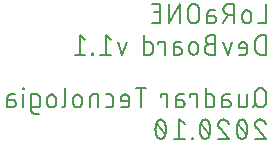
<source format=gbr>
G04 EAGLE Gerber RS-274X export*
G75*
%MOMM*%
%FSLAX34Y34*%
%LPD*%
%INSilkscreen Bottom*%
%IPPOS*%
%AMOC8*
5,1,8,0,0,1.08239X$1,22.5*%
G01*
%ADD10C,0.152400*%


D10*
X615178Y305378D02*
X615178Y289122D01*
X607953Y289122D01*
X602321Y292734D02*
X602321Y296347D01*
X602320Y296347D02*
X602318Y296466D01*
X602312Y296586D01*
X602302Y296705D01*
X602288Y296823D01*
X602271Y296942D01*
X602249Y297059D01*
X602224Y297176D01*
X602194Y297291D01*
X602161Y297406D01*
X602124Y297520D01*
X602084Y297632D01*
X602039Y297743D01*
X601991Y297852D01*
X601940Y297960D01*
X601885Y298066D01*
X601826Y298170D01*
X601764Y298272D01*
X601699Y298372D01*
X601630Y298470D01*
X601558Y298566D01*
X601483Y298659D01*
X601406Y298749D01*
X601325Y298837D01*
X601241Y298922D01*
X601154Y299004D01*
X601065Y299084D01*
X600973Y299160D01*
X600879Y299234D01*
X600782Y299304D01*
X600684Y299371D01*
X600583Y299435D01*
X600479Y299495D01*
X600374Y299552D01*
X600267Y299605D01*
X600159Y299655D01*
X600049Y299701D01*
X599937Y299743D01*
X599824Y299782D01*
X599710Y299817D01*
X599595Y299848D01*
X599478Y299876D01*
X599361Y299899D01*
X599244Y299919D01*
X599125Y299935D01*
X599006Y299947D01*
X598887Y299955D01*
X598768Y299959D01*
X598648Y299959D01*
X598529Y299955D01*
X598410Y299947D01*
X598291Y299935D01*
X598172Y299919D01*
X598055Y299899D01*
X597938Y299876D01*
X597821Y299848D01*
X597706Y299817D01*
X597592Y299782D01*
X597479Y299743D01*
X597367Y299701D01*
X597257Y299655D01*
X597149Y299605D01*
X597042Y299552D01*
X596937Y299495D01*
X596833Y299435D01*
X596732Y299371D01*
X596634Y299304D01*
X596537Y299234D01*
X596443Y299160D01*
X596351Y299084D01*
X596262Y299004D01*
X596175Y298922D01*
X596091Y298837D01*
X596010Y298749D01*
X595933Y298659D01*
X595858Y298566D01*
X595786Y298470D01*
X595717Y298372D01*
X595652Y298272D01*
X595590Y298170D01*
X595531Y298066D01*
X595476Y297960D01*
X595425Y297852D01*
X595377Y297743D01*
X595332Y297632D01*
X595292Y297520D01*
X595255Y297406D01*
X595222Y297291D01*
X595192Y297176D01*
X595167Y297059D01*
X595145Y296942D01*
X595128Y296823D01*
X595114Y296705D01*
X595104Y296586D01*
X595098Y296466D01*
X595096Y296347D01*
X595096Y292734D01*
X595098Y292615D01*
X595104Y292495D01*
X595114Y292376D01*
X595128Y292258D01*
X595145Y292139D01*
X595167Y292022D01*
X595192Y291905D01*
X595222Y291790D01*
X595255Y291675D01*
X595292Y291561D01*
X595332Y291449D01*
X595377Y291338D01*
X595425Y291229D01*
X595476Y291121D01*
X595531Y291015D01*
X595590Y290911D01*
X595652Y290809D01*
X595717Y290709D01*
X595786Y290611D01*
X595858Y290515D01*
X595933Y290422D01*
X596010Y290332D01*
X596091Y290244D01*
X596175Y290159D01*
X596262Y290077D01*
X596351Y289997D01*
X596443Y289921D01*
X596537Y289847D01*
X596634Y289777D01*
X596732Y289710D01*
X596833Y289646D01*
X596937Y289586D01*
X597042Y289529D01*
X597149Y289476D01*
X597257Y289426D01*
X597367Y289380D01*
X597479Y289338D01*
X597592Y289299D01*
X597706Y289264D01*
X597821Y289233D01*
X597938Y289205D01*
X598055Y289182D01*
X598172Y289162D01*
X598291Y289146D01*
X598410Y289134D01*
X598529Y289126D01*
X598648Y289122D01*
X598768Y289122D01*
X598887Y289126D01*
X599006Y289134D01*
X599125Y289146D01*
X599244Y289162D01*
X599361Y289182D01*
X599478Y289205D01*
X599595Y289233D01*
X599710Y289264D01*
X599824Y289299D01*
X599937Y289338D01*
X600049Y289380D01*
X600159Y289426D01*
X600267Y289476D01*
X600374Y289529D01*
X600479Y289586D01*
X600583Y289646D01*
X600684Y289710D01*
X600782Y289777D01*
X600879Y289847D01*
X600973Y289921D01*
X601065Y289997D01*
X601154Y290077D01*
X601241Y290159D01*
X601325Y290244D01*
X601406Y290332D01*
X601483Y290422D01*
X601558Y290515D01*
X601630Y290611D01*
X601699Y290709D01*
X601764Y290809D01*
X601826Y290911D01*
X601885Y291015D01*
X601940Y291121D01*
X601991Y291229D01*
X602039Y291338D01*
X602084Y291449D01*
X602124Y291561D01*
X602161Y291675D01*
X602194Y291790D01*
X602224Y291905D01*
X602249Y292022D01*
X602271Y292139D01*
X602288Y292258D01*
X602302Y292376D01*
X602312Y292495D01*
X602318Y292615D01*
X602320Y292734D01*
X588022Y289122D02*
X588022Y305378D01*
X583507Y305378D01*
X583374Y305376D01*
X583242Y305370D01*
X583110Y305360D01*
X582978Y305347D01*
X582846Y305329D01*
X582716Y305308D01*
X582585Y305283D01*
X582456Y305254D01*
X582328Y305221D01*
X582200Y305185D01*
X582074Y305145D01*
X581949Y305101D01*
X581825Y305053D01*
X581703Y305002D01*
X581582Y304947D01*
X581463Y304889D01*
X581345Y304827D01*
X581230Y304762D01*
X581116Y304693D01*
X581005Y304622D01*
X580896Y304546D01*
X580789Y304468D01*
X580684Y304387D01*
X580582Y304302D01*
X580482Y304215D01*
X580385Y304125D01*
X580290Y304032D01*
X580199Y303936D01*
X580110Y303838D01*
X580024Y303737D01*
X579941Y303633D01*
X579861Y303527D01*
X579785Y303419D01*
X579711Y303309D01*
X579641Y303196D01*
X579574Y303082D01*
X579511Y302965D01*
X579451Y302847D01*
X579394Y302727D01*
X579341Y302605D01*
X579292Y302482D01*
X579246Y302358D01*
X579204Y302232D01*
X579166Y302105D01*
X579131Y301977D01*
X579100Y301848D01*
X579073Y301719D01*
X579050Y301588D01*
X579030Y301457D01*
X579015Y301325D01*
X579003Y301193D01*
X578995Y301061D01*
X578991Y300928D01*
X578991Y300796D01*
X578995Y300663D01*
X579003Y300531D01*
X579015Y300399D01*
X579030Y300267D01*
X579050Y300136D01*
X579073Y300005D01*
X579100Y299876D01*
X579131Y299747D01*
X579166Y299619D01*
X579204Y299492D01*
X579246Y299366D01*
X579292Y299242D01*
X579341Y299119D01*
X579394Y298997D01*
X579451Y298877D01*
X579511Y298759D01*
X579574Y298642D01*
X579641Y298528D01*
X579711Y298415D01*
X579785Y298305D01*
X579861Y298197D01*
X579941Y298091D01*
X580024Y297987D01*
X580110Y297886D01*
X580199Y297788D01*
X580290Y297692D01*
X580385Y297599D01*
X580482Y297509D01*
X580582Y297422D01*
X580684Y297337D01*
X580789Y297256D01*
X580896Y297178D01*
X581005Y297102D01*
X581116Y297031D01*
X581230Y296962D01*
X581345Y296897D01*
X581463Y296835D01*
X581582Y296777D01*
X581703Y296722D01*
X581825Y296671D01*
X581949Y296623D01*
X582074Y296579D01*
X582200Y296539D01*
X582328Y296503D01*
X582456Y296470D01*
X582585Y296441D01*
X582716Y296416D01*
X582846Y296395D01*
X582978Y296377D01*
X583110Y296364D01*
X583242Y296354D01*
X583374Y296348D01*
X583507Y296346D01*
X583507Y296347D02*
X588022Y296347D01*
X582603Y296347D02*
X578991Y289122D01*
X569534Y295444D02*
X565470Y295444D01*
X569534Y295444D02*
X569646Y295442D01*
X569757Y295436D01*
X569868Y295426D01*
X569979Y295413D01*
X570089Y295395D01*
X570198Y295373D01*
X570307Y295348D01*
X570415Y295319D01*
X570521Y295286D01*
X570627Y295249D01*
X570731Y295209D01*
X570833Y295165D01*
X570934Y295117D01*
X571033Y295066D01*
X571131Y295011D01*
X571226Y294953D01*
X571319Y294892D01*
X571410Y294827D01*
X571499Y294759D01*
X571585Y294688D01*
X571668Y294615D01*
X571749Y294538D01*
X571828Y294458D01*
X571903Y294376D01*
X571975Y294291D01*
X572045Y294204D01*
X572111Y294114D01*
X572174Y294022D01*
X572234Y293927D01*
X572290Y293831D01*
X572343Y293733D01*
X572392Y293633D01*
X572438Y293531D01*
X572480Y293428D01*
X572519Y293323D01*
X572554Y293217D01*
X572585Y293110D01*
X572612Y293002D01*
X572636Y292893D01*
X572655Y292783D01*
X572671Y292673D01*
X572683Y292562D01*
X572691Y292450D01*
X572695Y292339D01*
X572695Y292227D01*
X572691Y292116D01*
X572683Y292004D01*
X572671Y291893D01*
X572655Y291783D01*
X572636Y291673D01*
X572612Y291564D01*
X572585Y291456D01*
X572554Y291349D01*
X572519Y291243D01*
X572480Y291138D01*
X572438Y291035D01*
X572392Y290933D01*
X572343Y290833D01*
X572290Y290735D01*
X572234Y290639D01*
X572174Y290544D01*
X572111Y290452D01*
X572045Y290362D01*
X571975Y290275D01*
X571903Y290190D01*
X571828Y290108D01*
X571749Y290028D01*
X571668Y289951D01*
X571585Y289878D01*
X571499Y289807D01*
X571410Y289739D01*
X571319Y289674D01*
X571226Y289613D01*
X571131Y289555D01*
X571033Y289500D01*
X570934Y289449D01*
X570833Y289401D01*
X570731Y289357D01*
X570627Y289317D01*
X570521Y289280D01*
X570415Y289247D01*
X570307Y289218D01*
X570198Y289193D01*
X570089Y289171D01*
X569979Y289153D01*
X569868Y289140D01*
X569757Y289130D01*
X569646Y289124D01*
X569534Y289122D01*
X565470Y289122D01*
X565470Y297250D01*
X565472Y297351D01*
X565478Y297452D01*
X565487Y297553D01*
X565500Y297654D01*
X565517Y297754D01*
X565538Y297853D01*
X565562Y297951D01*
X565590Y298048D01*
X565622Y298145D01*
X565657Y298240D01*
X565696Y298333D01*
X565738Y298425D01*
X565784Y298516D01*
X565833Y298605D01*
X565885Y298691D01*
X565941Y298776D01*
X565999Y298859D01*
X566061Y298939D01*
X566126Y299017D01*
X566193Y299093D01*
X566263Y299166D01*
X566336Y299236D01*
X566412Y299303D01*
X566490Y299368D01*
X566570Y299430D01*
X566653Y299488D01*
X566738Y299544D01*
X566825Y299596D01*
X566913Y299645D01*
X567004Y299691D01*
X567096Y299733D01*
X567189Y299772D01*
X567284Y299807D01*
X567381Y299839D01*
X567478Y299867D01*
X567576Y299891D01*
X567675Y299912D01*
X567775Y299929D01*
X567876Y299942D01*
X567977Y299951D01*
X568078Y299957D01*
X568179Y299959D01*
X571792Y299959D01*
X558414Y300862D02*
X558414Y293638D01*
X558415Y300862D02*
X558413Y300995D01*
X558407Y301127D01*
X558397Y301259D01*
X558384Y301391D01*
X558366Y301523D01*
X558345Y301653D01*
X558320Y301784D01*
X558291Y301913D01*
X558258Y302041D01*
X558222Y302169D01*
X558182Y302295D01*
X558138Y302420D01*
X558090Y302544D01*
X558039Y302666D01*
X557984Y302787D01*
X557926Y302906D01*
X557864Y303024D01*
X557799Y303139D01*
X557730Y303253D01*
X557659Y303364D01*
X557583Y303473D01*
X557505Y303580D01*
X557424Y303685D01*
X557339Y303787D01*
X557252Y303887D01*
X557162Y303984D01*
X557069Y304079D01*
X556973Y304170D01*
X556875Y304259D01*
X556774Y304345D01*
X556670Y304428D01*
X556564Y304508D01*
X556456Y304584D01*
X556346Y304658D01*
X556233Y304728D01*
X556119Y304795D01*
X556002Y304858D01*
X555884Y304918D01*
X555764Y304975D01*
X555642Y305028D01*
X555519Y305077D01*
X555395Y305123D01*
X555269Y305165D01*
X555142Y305203D01*
X555014Y305238D01*
X554885Y305269D01*
X554756Y305296D01*
X554625Y305319D01*
X554494Y305339D01*
X554362Y305354D01*
X554230Y305366D01*
X554098Y305374D01*
X553965Y305378D01*
X553833Y305378D01*
X553700Y305374D01*
X553568Y305366D01*
X553436Y305354D01*
X553304Y305339D01*
X553173Y305319D01*
X553042Y305296D01*
X552913Y305269D01*
X552784Y305238D01*
X552656Y305203D01*
X552529Y305165D01*
X552403Y305123D01*
X552279Y305077D01*
X552156Y305028D01*
X552034Y304975D01*
X551914Y304918D01*
X551796Y304858D01*
X551679Y304795D01*
X551565Y304728D01*
X551452Y304658D01*
X551342Y304584D01*
X551234Y304508D01*
X551128Y304428D01*
X551024Y304345D01*
X550923Y304259D01*
X550825Y304170D01*
X550729Y304079D01*
X550636Y303984D01*
X550546Y303887D01*
X550459Y303787D01*
X550374Y303685D01*
X550293Y303580D01*
X550215Y303473D01*
X550139Y303364D01*
X550068Y303253D01*
X549999Y303139D01*
X549934Y303024D01*
X549872Y302906D01*
X549814Y302787D01*
X549759Y302666D01*
X549708Y302544D01*
X549660Y302420D01*
X549616Y302295D01*
X549576Y302169D01*
X549540Y302041D01*
X549507Y301913D01*
X549478Y301784D01*
X549453Y301653D01*
X549432Y301523D01*
X549414Y301391D01*
X549401Y301259D01*
X549391Y301127D01*
X549385Y300995D01*
X549383Y300862D01*
X549383Y293638D01*
X549385Y293505D01*
X549391Y293373D01*
X549401Y293241D01*
X549414Y293109D01*
X549432Y292977D01*
X549453Y292847D01*
X549478Y292716D01*
X549507Y292587D01*
X549540Y292459D01*
X549576Y292331D01*
X549616Y292205D01*
X549660Y292080D01*
X549708Y291956D01*
X549759Y291834D01*
X549814Y291713D01*
X549872Y291594D01*
X549934Y291476D01*
X549999Y291361D01*
X550068Y291247D01*
X550139Y291136D01*
X550215Y291027D01*
X550293Y290920D01*
X550374Y290815D01*
X550459Y290713D01*
X550546Y290613D01*
X550636Y290516D01*
X550729Y290421D01*
X550825Y290330D01*
X550923Y290241D01*
X551024Y290155D01*
X551128Y290072D01*
X551234Y289992D01*
X551342Y289916D01*
X551452Y289842D01*
X551565Y289772D01*
X551679Y289705D01*
X551796Y289642D01*
X551914Y289582D01*
X552034Y289525D01*
X552156Y289472D01*
X552279Y289423D01*
X552403Y289377D01*
X552529Y289335D01*
X552656Y289297D01*
X552784Y289262D01*
X552913Y289231D01*
X553042Y289204D01*
X553173Y289181D01*
X553304Y289161D01*
X553436Y289146D01*
X553568Y289134D01*
X553700Y289126D01*
X553833Y289122D01*
X553965Y289122D01*
X554098Y289126D01*
X554230Y289134D01*
X554362Y289146D01*
X554494Y289161D01*
X554625Y289181D01*
X554756Y289204D01*
X554885Y289231D01*
X555014Y289262D01*
X555142Y289297D01*
X555269Y289335D01*
X555395Y289377D01*
X555519Y289423D01*
X555642Y289472D01*
X555764Y289525D01*
X555884Y289582D01*
X556002Y289642D01*
X556119Y289705D01*
X556233Y289772D01*
X556346Y289842D01*
X556456Y289916D01*
X556564Y289992D01*
X556670Y290072D01*
X556774Y290155D01*
X556875Y290241D01*
X556973Y290330D01*
X557069Y290421D01*
X557162Y290516D01*
X557252Y290613D01*
X557339Y290713D01*
X557424Y290815D01*
X557505Y290920D01*
X557583Y291027D01*
X557659Y291136D01*
X557730Y291247D01*
X557799Y291361D01*
X557864Y291476D01*
X557926Y291594D01*
X557984Y291713D01*
X558039Y291834D01*
X558090Y291956D01*
X558138Y292080D01*
X558182Y292205D01*
X558222Y292331D01*
X558258Y292459D01*
X558291Y292587D01*
X558320Y292716D01*
X558345Y292847D01*
X558366Y292977D01*
X558384Y293109D01*
X558397Y293241D01*
X558407Y293373D01*
X558413Y293505D01*
X558415Y293638D01*
X542262Y289122D02*
X542262Y305378D01*
X533231Y289122D01*
X533231Y305378D01*
X525559Y289122D02*
X518334Y289122D01*
X525559Y289122D02*
X525559Y305378D01*
X518334Y305378D01*
X520140Y298153D02*
X525559Y298153D01*
X615178Y278708D02*
X615178Y262452D01*
X615178Y278708D02*
X610662Y278708D01*
X610531Y278706D01*
X610399Y278700D01*
X610268Y278691D01*
X610138Y278677D01*
X610007Y278660D01*
X609878Y278639D01*
X609749Y278615D01*
X609621Y278586D01*
X609493Y278554D01*
X609367Y278518D01*
X609242Y278479D01*
X609117Y278436D01*
X608995Y278389D01*
X608873Y278339D01*
X608753Y278285D01*
X608635Y278228D01*
X608519Y278167D01*
X608404Y278103D01*
X608291Y278036D01*
X608180Y277965D01*
X608072Y277891D01*
X607965Y277814D01*
X607861Y277734D01*
X607759Y277651D01*
X607660Y277566D01*
X607563Y277477D01*
X607469Y277385D01*
X607377Y277291D01*
X607288Y277194D01*
X607203Y277095D01*
X607120Y276993D01*
X607040Y276889D01*
X606963Y276782D01*
X606889Y276674D01*
X606818Y276563D01*
X606751Y276450D01*
X606687Y276335D01*
X606626Y276219D01*
X606569Y276101D01*
X606515Y275981D01*
X606465Y275859D01*
X606418Y275737D01*
X606375Y275612D01*
X606336Y275487D01*
X606300Y275361D01*
X606268Y275233D01*
X606239Y275105D01*
X606215Y274976D01*
X606194Y274847D01*
X606177Y274716D01*
X606163Y274586D01*
X606154Y274455D01*
X606148Y274323D01*
X606146Y274192D01*
X606147Y274192D02*
X606147Y266968D01*
X606146Y266968D02*
X606148Y266837D01*
X606154Y266705D01*
X606163Y266574D01*
X606177Y266444D01*
X606194Y266313D01*
X606215Y266184D01*
X606239Y266055D01*
X606268Y265927D01*
X606300Y265799D01*
X606336Y265673D01*
X606375Y265548D01*
X606418Y265423D01*
X606465Y265301D01*
X606515Y265179D01*
X606569Y265059D01*
X606626Y264941D01*
X606687Y264825D01*
X606751Y264710D01*
X606818Y264597D01*
X606889Y264486D01*
X606963Y264378D01*
X607040Y264271D01*
X607120Y264167D01*
X607203Y264065D01*
X607288Y263966D01*
X607377Y263869D01*
X607469Y263775D01*
X607563Y263683D01*
X607660Y263594D01*
X607759Y263509D01*
X607861Y263426D01*
X607965Y263346D01*
X608072Y263269D01*
X608180Y263195D01*
X608291Y263124D01*
X608404Y263057D01*
X608519Y262993D01*
X608635Y262932D01*
X608753Y262875D01*
X608873Y262821D01*
X608995Y262771D01*
X609117Y262724D01*
X609242Y262681D01*
X609367Y262642D01*
X609493Y262606D01*
X609621Y262574D01*
X609749Y262545D01*
X609878Y262521D01*
X610007Y262500D01*
X610138Y262483D01*
X610268Y262469D01*
X610399Y262460D01*
X610531Y262454D01*
X610662Y262452D01*
X615178Y262452D01*
X596455Y262452D02*
X591940Y262452D01*
X596455Y262452D02*
X596556Y262454D01*
X596657Y262460D01*
X596758Y262469D01*
X596859Y262482D01*
X596959Y262499D01*
X597058Y262520D01*
X597156Y262544D01*
X597253Y262572D01*
X597350Y262604D01*
X597445Y262639D01*
X597538Y262678D01*
X597630Y262720D01*
X597721Y262766D01*
X597810Y262815D01*
X597896Y262867D01*
X597981Y262923D01*
X598064Y262981D01*
X598144Y263043D01*
X598222Y263108D01*
X598298Y263175D01*
X598371Y263245D01*
X598441Y263318D01*
X598508Y263394D01*
X598573Y263472D01*
X598635Y263552D01*
X598693Y263635D01*
X598749Y263720D01*
X598801Y263807D01*
X598850Y263895D01*
X598896Y263986D01*
X598938Y264078D01*
X598977Y264171D01*
X599012Y264266D01*
X599044Y264363D01*
X599072Y264460D01*
X599096Y264558D01*
X599117Y264657D01*
X599134Y264757D01*
X599147Y264858D01*
X599156Y264959D01*
X599162Y265060D01*
X599164Y265161D01*
X599165Y265161D02*
X599165Y269677D01*
X599164Y269677D02*
X599162Y269796D01*
X599156Y269916D01*
X599146Y270035D01*
X599132Y270153D01*
X599115Y270272D01*
X599093Y270389D01*
X599068Y270506D01*
X599038Y270621D01*
X599005Y270736D01*
X598968Y270850D01*
X598928Y270962D01*
X598883Y271073D01*
X598835Y271182D01*
X598784Y271290D01*
X598729Y271396D01*
X598670Y271500D01*
X598608Y271602D01*
X598543Y271702D01*
X598474Y271800D01*
X598402Y271896D01*
X598327Y271989D01*
X598250Y272079D01*
X598169Y272167D01*
X598085Y272252D01*
X597998Y272334D01*
X597909Y272414D01*
X597817Y272490D01*
X597723Y272564D01*
X597626Y272634D01*
X597528Y272701D01*
X597427Y272765D01*
X597323Y272825D01*
X597218Y272882D01*
X597111Y272935D01*
X597003Y272985D01*
X596893Y273031D01*
X596781Y273073D01*
X596668Y273112D01*
X596554Y273147D01*
X596439Y273178D01*
X596322Y273206D01*
X596205Y273229D01*
X596088Y273249D01*
X595969Y273265D01*
X595850Y273277D01*
X595731Y273285D01*
X595612Y273289D01*
X595492Y273289D01*
X595373Y273285D01*
X595254Y273277D01*
X595135Y273265D01*
X595016Y273249D01*
X594899Y273229D01*
X594782Y273206D01*
X594665Y273178D01*
X594550Y273147D01*
X594436Y273112D01*
X594323Y273073D01*
X594211Y273031D01*
X594101Y272985D01*
X593993Y272935D01*
X593886Y272882D01*
X593781Y272825D01*
X593677Y272765D01*
X593576Y272701D01*
X593478Y272634D01*
X593381Y272564D01*
X593287Y272490D01*
X593195Y272414D01*
X593106Y272334D01*
X593019Y272252D01*
X592935Y272167D01*
X592854Y272079D01*
X592777Y271989D01*
X592702Y271896D01*
X592630Y271800D01*
X592561Y271702D01*
X592496Y271602D01*
X592434Y271500D01*
X592375Y271396D01*
X592320Y271290D01*
X592269Y271182D01*
X592221Y271073D01*
X592176Y270962D01*
X592136Y270850D01*
X592099Y270736D01*
X592066Y270621D01*
X592036Y270506D01*
X592011Y270389D01*
X591989Y270272D01*
X591972Y270153D01*
X591958Y270035D01*
X591948Y269916D01*
X591942Y269796D01*
X591940Y269677D01*
X591940Y267871D01*
X599165Y267871D01*
X586139Y273289D02*
X582526Y262452D01*
X578914Y273289D01*
X572242Y271483D02*
X567726Y271483D01*
X567726Y271484D02*
X567593Y271482D01*
X567461Y271476D01*
X567329Y271466D01*
X567197Y271453D01*
X567065Y271435D01*
X566935Y271414D01*
X566804Y271389D01*
X566675Y271360D01*
X566547Y271327D01*
X566419Y271291D01*
X566293Y271251D01*
X566168Y271207D01*
X566044Y271159D01*
X565922Y271108D01*
X565801Y271053D01*
X565682Y270995D01*
X565564Y270933D01*
X565449Y270868D01*
X565335Y270799D01*
X565224Y270728D01*
X565115Y270652D01*
X565008Y270574D01*
X564903Y270493D01*
X564801Y270408D01*
X564701Y270321D01*
X564604Y270231D01*
X564509Y270138D01*
X564418Y270042D01*
X564329Y269944D01*
X564243Y269843D01*
X564160Y269739D01*
X564080Y269633D01*
X564004Y269525D01*
X563930Y269415D01*
X563860Y269302D01*
X563793Y269188D01*
X563730Y269071D01*
X563670Y268953D01*
X563613Y268833D01*
X563560Y268711D01*
X563511Y268588D01*
X563465Y268464D01*
X563423Y268338D01*
X563385Y268211D01*
X563350Y268083D01*
X563319Y267954D01*
X563292Y267825D01*
X563269Y267694D01*
X563249Y267563D01*
X563234Y267431D01*
X563222Y267299D01*
X563214Y267167D01*
X563210Y267034D01*
X563210Y266902D01*
X563214Y266769D01*
X563222Y266637D01*
X563234Y266505D01*
X563249Y266373D01*
X563269Y266242D01*
X563292Y266111D01*
X563319Y265982D01*
X563350Y265853D01*
X563385Y265725D01*
X563423Y265598D01*
X563465Y265472D01*
X563511Y265348D01*
X563560Y265225D01*
X563613Y265103D01*
X563670Y264983D01*
X563730Y264865D01*
X563793Y264748D01*
X563860Y264634D01*
X563930Y264521D01*
X564004Y264411D01*
X564080Y264303D01*
X564160Y264197D01*
X564243Y264093D01*
X564329Y263992D01*
X564418Y263894D01*
X564509Y263798D01*
X564604Y263705D01*
X564701Y263615D01*
X564801Y263528D01*
X564903Y263443D01*
X565008Y263362D01*
X565115Y263284D01*
X565224Y263208D01*
X565335Y263137D01*
X565449Y263068D01*
X565564Y263003D01*
X565682Y262941D01*
X565801Y262883D01*
X565922Y262828D01*
X566044Y262777D01*
X566168Y262729D01*
X566293Y262685D01*
X566419Y262645D01*
X566547Y262609D01*
X566675Y262576D01*
X566804Y262547D01*
X566935Y262522D01*
X567065Y262501D01*
X567197Y262483D01*
X567329Y262470D01*
X567461Y262460D01*
X567593Y262454D01*
X567726Y262452D01*
X572242Y262452D01*
X572242Y278708D01*
X567726Y278708D01*
X567607Y278706D01*
X567487Y278700D01*
X567368Y278690D01*
X567250Y278676D01*
X567131Y278659D01*
X567014Y278637D01*
X566897Y278612D01*
X566782Y278582D01*
X566667Y278549D01*
X566553Y278512D01*
X566441Y278472D01*
X566330Y278427D01*
X566221Y278379D01*
X566113Y278328D01*
X566007Y278273D01*
X565903Y278214D01*
X565801Y278152D01*
X565701Y278087D01*
X565603Y278018D01*
X565507Y277946D01*
X565414Y277871D01*
X565324Y277794D01*
X565236Y277713D01*
X565151Y277629D01*
X565069Y277542D01*
X564989Y277453D01*
X564913Y277361D01*
X564839Y277267D01*
X564769Y277170D01*
X564702Y277072D01*
X564638Y276971D01*
X564578Y276867D01*
X564521Y276762D01*
X564468Y276655D01*
X564418Y276547D01*
X564372Y276437D01*
X564330Y276325D01*
X564291Y276212D01*
X564256Y276098D01*
X564225Y275983D01*
X564197Y275866D01*
X564174Y275749D01*
X564154Y275632D01*
X564138Y275513D01*
X564126Y275394D01*
X564118Y275275D01*
X564114Y275156D01*
X564114Y275036D01*
X564118Y274917D01*
X564126Y274798D01*
X564138Y274679D01*
X564154Y274560D01*
X564174Y274443D01*
X564197Y274326D01*
X564225Y274209D01*
X564256Y274094D01*
X564291Y273980D01*
X564330Y273867D01*
X564372Y273755D01*
X564418Y273645D01*
X564468Y273537D01*
X564521Y273430D01*
X564578Y273325D01*
X564638Y273221D01*
X564702Y273120D01*
X564769Y273022D01*
X564839Y272925D01*
X564913Y272831D01*
X564989Y272739D01*
X565069Y272650D01*
X565151Y272563D01*
X565236Y272479D01*
X565324Y272398D01*
X565414Y272321D01*
X565507Y272246D01*
X565603Y272174D01*
X565701Y272105D01*
X565801Y272040D01*
X565903Y271978D01*
X566007Y271919D01*
X566113Y271864D01*
X566221Y271813D01*
X566330Y271765D01*
X566441Y271720D01*
X566553Y271680D01*
X566667Y271643D01*
X566782Y271610D01*
X566897Y271580D01*
X567014Y271555D01*
X567131Y271533D01*
X567250Y271516D01*
X567368Y271502D01*
X567487Y271492D01*
X567607Y271486D01*
X567726Y271484D01*
X557481Y269677D02*
X557481Y266064D01*
X557481Y269677D02*
X557479Y269796D01*
X557473Y269916D01*
X557463Y270035D01*
X557449Y270153D01*
X557432Y270272D01*
X557410Y270389D01*
X557385Y270506D01*
X557355Y270621D01*
X557322Y270736D01*
X557285Y270850D01*
X557245Y270962D01*
X557200Y271073D01*
X557152Y271182D01*
X557101Y271290D01*
X557046Y271396D01*
X556987Y271500D01*
X556925Y271602D01*
X556860Y271702D01*
X556791Y271800D01*
X556719Y271896D01*
X556644Y271989D01*
X556567Y272079D01*
X556486Y272167D01*
X556402Y272252D01*
X556315Y272334D01*
X556226Y272414D01*
X556134Y272490D01*
X556040Y272564D01*
X555943Y272634D01*
X555845Y272701D01*
X555744Y272765D01*
X555640Y272825D01*
X555535Y272882D01*
X555428Y272935D01*
X555320Y272985D01*
X555210Y273031D01*
X555098Y273073D01*
X554985Y273112D01*
X554871Y273147D01*
X554756Y273178D01*
X554639Y273206D01*
X554522Y273229D01*
X554405Y273249D01*
X554286Y273265D01*
X554167Y273277D01*
X554048Y273285D01*
X553929Y273289D01*
X553809Y273289D01*
X553690Y273285D01*
X553571Y273277D01*
X553452Y273265D01*
X553333Y273249D01*
X553216Y273229D01*
X553099Y273206D01*
X552982Y273178D01*
X552867Y273147D01*
X552753Y273112D01*
X552640Y273073D01*
X552528Y273031D01*
X552418Y272985D01*
X552310Y272935D01*
X552203Y272882D01*
X552098Y272825D01*
X551994Y272765D01*
X551893Y272701D01*
X551795Y272634D01*
X551698Y272564D01*
X551604Y272490D01*
X551512Y272414D01*
X551423Y272334D01*
X551336Y272252D01*
X551252Y272167D01*
X551171Y272079D01*
X551094Y271989D01*
X551019Y271896D01*
X550947Y271800D01*
X550878Y271702D01*
X550813Y271602D01*
X550751Y271500D01*
X550692Y271396D01*
X550637Y271290D01*
X550586Y271182D01*
X550538Y271073D01*
X550493Y270962D01*
X550453Y270850D01*
X550416Y270736D01*
X550383Y270621D01*
X550353Y270506D01*
X550328Y270389D01*
X550306Y270272D01*
X550289Y270153D01*
X550275Y270035D01*
X550265Y269916D01*
X550259Y269796D01*
X550257Y269677D01*
X550257Y266064D01*
X550259Y265945D01*
X550265Y265825D01*
X550275Y265706D01*
X550289Y265588D01*
X550306Y265469D01*
X550328Y265352D01*
X550353Y265235D01*
X550383Y265120D01*
X550416Y265005D01*
X550453Y264891D01*
X550493Y264779D01*
X550538Y264668D01*
X550586Y264559D01*
X550637Y264451D01*
X550692Y264345D01*
X550751Y264241D01*
X550813Y264139D01*
X550878Y264039D01*
X550947Y263941D01*
X551019Y263845D01*
X551094Y263752D01*
X551171Y263662D01*
X551252Y263574D01*
X551336Y263489D01*
X551423Y263407D01*
X551512Y263327D01*
X551604Y263251D01*
X551698Y263177D01*
X551795Y263107D01*
X551893Y263040D01*
X551994Y262976D01*
X552098Y262916D01*
X552203Y262859D01*
X552310Y262806D01*
X552418Y262756D01*
X552528Y262710D01*
X552640Y262668D01*
X552753Y262629D01*
X552867Y262594D01*
X552982Y262563D01*
X553099Y262535D01*
X553216Y262512D01*
X553333Y262492D01*
X553452Y262476D01*
X553571Y262464D01*
X553690Y262456D01*
X553809Y262452D01*
X553929Y262452D01*
X554048Y262456D01*
X554167Y262464D01*
X554286Y262476D01*
X554405Y262492D01*
X554522Y262512D01*
X554639Y262535D01*
X554756Y262563D01*
X554871Y262594D01*
X554985Y262629D01*
X555098Y262668D01*
X555210Y262710D01*
X555320Y262756D01*
X555428Y262806D01*
X555535Y262859D01*
X555640Y262916D01*
X555744Y262976D01*
X555845Y263040D01*
X555943Y263107D01*
X556040Y263177D01*
X556134Y263251D01*
X556226Y263327D01*
X556315Y263407D01*
X556402Y263489D01*
X556486Y263574D01*
X556567Y263662D01*
X556644Y263752D01*
X556719Y263845D01*
X556791Y263941D01*
X556860Y264039D01*
X556925Y264139D01*
X556987Y264241D01*
X557046Y264345D01*
X557101Y264451D01*
X557152Y264559D01*
X557200Y264668D01*
X557245Y264779D01*
X557285Y264891D01*
X557322Y265005D01*
X557355Y265120D01*
X557385Y265235D01*
X557410Y265352D01*
X557432Y265469D01*
X557449Y265588D01*
X557463Y265706D01*
X557473Y265825D01*
X557479Y265945D01*
X557481Y266064D01*
X540847Y268774D02*
X536783Y268774D01*
X540847Y268774D02*
X540959Y268772D01*
X541070Y268766D01*
X541181Y268756D01*
X541292Y268743D01*
X541402Y268725D01*
X541511Y268703D01*
X541620Y268678D01*
X541728Y268649D01*
X541834Y268616D01*
X541940Y268579D01*
X542044Y268539D01*
X542146Y268495D01*
X542247Y268447D01*
X542346Y268396D01*
X542444Y268341D01*
X542539Y268283D01*
X542632Y268222D01*
X542723Y268157D01*
X542812Y268089D01*
X542898Y268018D01*
X542981Y267945D01*
X543062Y267868D01*
X543141Y267788D01*
X543216Y267706D01*
X543288Y267621D01*
X543358Y267534D01*
X543424Y267444D01*
X543487Y267352D01*
X543547Y267257D01*
X543603Y267161D01*
X543656Y267063D01*
X543705Y266963D01*
X543751Y266861D01*
X543793Y266758D01*
X543832Y266653D01*
X543867Y266547D01*
X543898Y266440D01*
X543925Y266332D01*
X543949Y266223D01*
X543968Y266113D01*
X543984Y266003D01*
X543996Y265892D01*
X544004Y265780D01*
X544008Y265669D01*
X544008Y265557D01*
X544004Y265446D01*
X543996Y265334D01*
X543984Y265223D01*
X543968Y265113D01*
X543949Y265003D01*
X543925Y264894D01*
X543898Y264786D01*
X543867Y264679D01*
X543832Y264573D01*
X543793Y264468D01*
X543751Y264365D01*
X543705Y264263D01*
X543656Y264163D01*
X543603Y264065D01*
X543547Y263969D01*
X543487Y263874D01*
X543424Y263782D01*
X543358Y263692D01*
X543288Y263605D01*
X543216Y263520D01*
X543141Y263438D01*
X543062Y263358D01*
X542981Y263281D01*
X542898Y263208D01*
X542812Y263137D01*
X542723Y263069D01*
X542632Y263004D01*
X542539Y262943D01*
X542444Y262885D01*
X542346Y262830D01*
X542247Y262779D01*
X542146Y262731D01*
X542044Y262687D01*
X541940Y262647D01*
X541834Y262610D01*
X541728Y262577D01*
X541620Y262548D01*
X541511Y262523D01*
X541402Y262501D01*
X541292Y262483D01*
X541181Y262470D01*
X541070Y262460D01*
X540959Y262454D01*
X540847Y262452D01*
X536783Y262452D01*
X536783Y270580D01*
X536785Y270681D01*
X536791Y270782D01*
X536800Y270883D01*
X536813Y270984D01*
X536830Y271084D01*
X536851Y271183D01*
X536875Y271281D01*
X536903Y271378D01*
X536935Y271475D01*
X536970Y271570D01*
X537009Y271663D01*
X537051Y271755D01*
X537097Y271846D01*
X537146Y271935D01*
X537198Y272021D01*
X537254Y272106D01*
X537312Y272189D01*
X537374Y272269D01*
X537439Y272347D01*
X537506Y272423D01*
X537576Y272496D01*
X537649Y272566D01*
X537725Y272633D01*
X537803Y272698D01*
X537883Y272760D01*
X537966Y272818D01*
X538051Y272874D01*
X538138Y272926D01*
X538226Y272975D01*
X538317Y273021D01*
X538409Y273063D01*
X538502Y273102D01*
X538597Y273137D01*
X538694Y273169D01*
X538791Y273197D01*
X538889Y273221D01*
X538988Y273242D01*
X539088Y273259D01*
X539189Y273272D01*
X539290Y273281D01*
X539391Y273287D01*
X539492Y273289D01*
X543105Y273289D01*
X529260Y273289D02*
X529260Y262452D01*
X529260Y273289D02*
X523842Y273289D01*
X523842Y271483D01*
X511773Y278708D02*
X511773Y262452D01*
X516288Y262452D01*
X516389Y262454D01*
X516490Y262460D01*
X516591Y262469D01*
X516692Y262482D01*
X516792Y262499D01*
X516891Y262520D01*
X516989Y262544D01*
X517086Y262572D01*
X517183Y262604D01*
X517278Y262639D01*
X517371Y262678D01*
X517463Y262720D01*
X517554Y262766D01*
X517643Y262815D01*
X517729Y262867D01*
X517814Y262923D01*
X517897Y262981D01*
X517977Y263043D01*
X518055Y263108D01*
X518131Y263175D01*
X518204Y263245D01*
X518274Y263318D01*
X518341Y263394D01*
X518406Y263472D01*
X518468Y263552D01*
X518526Y263635D01*
X518582Y263720D01*
X518634Y263807D01*
X518683Y263895D01*
X518729Y263986D01*
X518771Y264078D01*
X518810Y264171D01*
X518845Y264266D01*
X518877Y264363D01*
X518905Y264460D01*
X518929Y264558D01*
X518950Y264657D01*
X518967Y264757D01*
X518980Y264858D01*
X518989Y264959D01*
X518995Y265060D01*
X518997Y265161D01*
X518998Y265161D02*
X518998Y270580D01*
X518997Y270580D02*
X518995Y270681D01*
X518989Y270782D01*
X518980Y270883D01*
X518967Y270984D01*
X518950Y271084D01*
X518929Y271183D01*
X518905Y271281D01*
X518877Y271378D01*
X518845Y271475D01*
X518810Y271570D01*
X518771Y271663D01*
X518729Y271755D01*
X518683Y271846D01*
X518634Y271935D01*
X518582Y272021D01*
X518526Y272106D01*
X518468Y272189D01*
X518406Y272269D01*
X518341Y272347D01*
X518274Y272423D01*
X518204Y272496D01*
X518131Y272566D01*
X518055Y272633D01*
X517977Y272698D01*
X517897Y272760D01*
X517814Y272818D01*
X517729Y272874D01*
X517643Y272926D01*
X517554Y272975D01*
X517463Y273021D01*
X517371Y273063D01*
X517278Y273102D01*
X517183Y273137D01*
X517086Y273169D01*
X516989Y273197D01*
X516891Y273221D01*
X516792Y273242D01*
X516692Y273259D01*
X516591Y273272D01*
X516490Y273281D01*
X516389Y273287D01*
X516288Y273289D01*
X511773Y273289D01*
X497041Y273289D02*
X493428Y262452D01*
X489816Y273289D01*
X483876Y275096D02*
X479360Y278708D01*
X479360Y262452D01*
X474845Y262452D02*
X483876Y262452D01*
X468870Y262452D02*
X468870Y263355D01*
X467967Y263355D01*
X467967Y262452D01*
X468870Y262452D01*
X461992Y275096D02*
X457477Y278708D01*
X457477Y262452D01*
X461992Y262452D02*
X452961Y262452D01*
X614888Y229642D02*
X614888Y222418D01*
X614888Y229642D02*
X614886Y229775D01*
X614880Y229907D01*
X614870Y230039D01*
X614857Y230171D01*
X614839Y230303D01*
X614818Y230433D01*
X614793Y230564D01*
X614764Y230693D01*
X614731Y230821D01*
X614695Y230949D01*
X614655Y231075D01*
X614611Y231200D01*
X614563Y231324D01*
X614512Y231446D01*
X614457Y231567D01*
X614399Y231686D01*
X614337Y231804D01*
X614272Y231919D01*
X614203Y232033D01*
X614132Y232144D01*
X614056Y232253D01*
X613978Y232360D01*
X613897Y232465D01*
X613812Y232567D01*
X613725Y232667D01*
X613635Y232764D01*
X613542Y232859D01*
X613446Y232950D01*
X613348Y233039D01*
X613247Y233125D01*
X613143Y233208D01*
X613037Y233288D01*
X612929Y233364D01*
X612819Y233438D01*
X612706Y233508D01*
X612592Y233575D01*
X612475Y233638D01*
X612357Y233698D01*
X612237Y233755D01*
X612115Y233808D01*
X611992Y233857D01*
X611868Y233903D01*
X611742Y233945D01*
X611615Y233983D01*
X611487Y234018D01*
X611358Y234049D01*
X611229Y234076D01*
X611098Y234099D01*
X610967Y234119D01*
X610835Y234134D01*
X610703Y234146D01*
X610571Y234154D01*
X610438Y234158D01*
X610306Y234158D01*
X610173Y234154D01*
X610041Y234146D01*
X609909Y234134D01*
X609777Y234119D01*
X609646Y234099D01*
X609515Y234076D01*
X609386Y234049D01*
X609257Y234018D01*
X609129Y233983D01*
X609002Y233945D01*
X608876Y233903D01*
X608752Y233857D01*
X608629Y233808D01*
X608507Y233755D01*
X608387Y233698D01*
X608269Y233638D01*
X608152Y233575D01*
X608038Y233508D01*
X607925Y233438D01*
X607815Y233364D01*
X607707Y233288D01*
X607601Y233208D01*
X607497Y233125D01*
X607396Y233039D01*
X607298Y232950D01*
X607202Y232859D01*
X607109Y232764D01*
X607019Y232667D01*
X606932Y232567D01*
X606847Y232465D01*
X606766Y232360D01*
X606688Y232253D01*
X606612Y232144D01*
X606541Y232033D01*
X606472Y231919D01*
X606407Y231804D01*
X606345Y231686D01*
X606287Y231567D01*
X606232Y231446D01*
X606181Y231324D01*
X606133Y231200D01*
X606089Y231075D01*
X606049Y230949D01*
X606013Y230821D01*
X605980Y230693D01*
X605951Y230564D01*
X605926Y230433D01*
X605905Y230303D01*
X605887Y230171D01*
X605874Y230039D01*
X605864Y229907D01*
X605858Y229775D01*
X605856Y229642D01*
X605857Y229642D02*
X605857Y222418D01*
X605856Y222418D02*
X605858Y222285D01*
X605864Y222153D01*
X605874Y222021D01*
X605887Y221889D01*
X605905Y221757D01*
X605926Y221627D01*
X605951Y221496D01*
X605980Y221367D01*
X606013Y221239D01*
X606049Y221111D01*
X606089Y220985D01*
X606133Y220860D01*
X606181Y220736D01*
X606232Y220614D01*
X606287Y220493D01*
X606345Y220374D01*
X606407Y220256D01*
X606472Y220141D01*
X606541Y220027D01*
X606612Y219916D01*
X606688Y219807D01*
X606766Y219700D01*
X606847Y219595D01*
X606932Y219493D01*
X607019Y219393D01*
X607109Y219296D01*
X607202Y219201D01*
X607298Y219110D01*
X607396Y219021D01*
X607497Y218935D01*
X607601Y218852D01*
X607707Y218772D01*
X607815Y218696D01*
X607925Y218622D01*
X608038Y218552D01*
X608152Y218485D01*
X608269Y218422D01*
X608387Y218362D01*
X608507Y218305D01*
X608629Y218252D01*
X608752Y218203D01*
X608876Y218157D01*
X609002Y218115D01*
X609129Y218077D01*
X609257Y218042D01*
X609386Y218011D01*
X609515Y217984D01*
X609646Y217961D01*
X609777Y217941D01*
X609909Y217926D01*
X610041Y217914D01*
X610173Y217906D01*
X610306Y217902D01*
X610438Y217902D01*
X610571Y217906D01*
X610703Y217914D01*
X610835Y217926D01*
X610967Y217941D01*
X611098Y217961D01*
X611229Y217984D01*
X611358Y218011D01*
X611487Y218042D01*
X611615Y218077D01*
X611742Y218115D01*
X611868Y218157D01*
X611992Y218203D01*
X612115Y218252D01*
X612237Y218305D01*
X612357Y218362D01*
X612475Y218422D01*
X612592Y218485D01*
X612706Y218552D01*
X612819Y218622D01*
X612929Y218696D01*
X613037Y218772D01*
X613143Y218852D01*
X613247Y218935D01*
X613348Y219021D01*
X613446Y219110D01*
X613542Y219201D01*
X613635Y219296D01*
X613725Y219393D01*
X613812Y219493D01*
X613897Y219595D01*
X613978Y219700D01*
X614056Y219807D01*
X614132Y219916D01*
X614203Y220027D01*
X614272Y220141D01*
X614337Y220256D01*
X614399Y220374D01*
X614457Y220493D01*
X614512Y220614D01*
X614563Y220736D01*
X614611Y220860D01*
X614655Y220985D01*
X614695Y221111D01*
X614731Y221239D01*
X614764Y221367D01*
X614793Y221496D01*
X614818Y221627D01*
X614839Y221757D01*
X614857Y221889D01*
X614870Y222021D01*
X614880Y222153D01*
X614886Y222285D01*
X614888Y222418D01*
X607663Y221514D02*
X604051Y217902D01*
X599190Y220611D02*
X599190Y228739D01*
X599190Y220611D02*
X599188Y220510D01*
X599182Y220409D01*
X599173Y220308D01*
X599160Y220207D01*
X599143Y220107D01*
X599122Y220008D01*
X599098Y219910D01*
X599070Y219813D01*
X599038Y219716D01*
X599003Y219621D01*
X598964Y219528D01*
X598922Y219436D01*
X598876Y219345D01*
X598827Y219256D01*
X598775Y219170D01*
X598719Y219085D01*
X598661Y219002D01*
X598599Y218922D01*
X598534Y218844D01*
X598467Y218768D01*
X598397Y218695D01*
X598324Y218625D01*
X598248Y218558D01*
X598170Y218493D01*
X598090Y218431D01*
X598007Y218373D01*
X597922Y218317D01*
X597836Y218265D01*
X597747Y218216D01*
X597656Y218170D01*
X597564Y218128D01*
X597471Y218089D01*
X597376Y218054D01*
X597279Y218022D01*
X597182Y217994D01*
X597084Y217970D01*
X596985Y217949D01*
X596885Y217932D01*
X596784Y217919D01*
X596683Y217910D01*
X596582Y217904D01*
X596481Y217902D01*
X591965Y217902D01*
X591965Y228739D01*
X582034Y224224D02*
X577970Y224224D01*
X582034Y224224D02*
X582146Y224222D01*
X582257Y224216D01*
X582368Y224206D01*
X582479Y224193D01*
X582589Y224175D01*
X582698Y224153D01*
X582807Y224128D01*
X582915Y224099D01*
X583021Y224066D01*
X583127Y224029D01*
X583231Y223989D01*
X583333Y223945D01*
X583434Y223897D01*
X583533Y223846D01*
X583631Y223791D01*
X583726Y223733D01*
X583819Y223672D01*
X583910Y223607D01*
X583999Y223539D01*
X584085Y223468D01*
X584168Y223395D01*
X584249Y223318D01*
X584328Y223238D01*
X584403Y223156D01*
X584475Y223071D01*
X584545Y222984D01*
X584611Y222894D01*
X584674Y222802D01*
X584734Y222707D01*
X584790Y222611D01*
X584843Y222513D01*
X584892Y222413D01*
X584938Y222311D01*
X584980Y222208D01*
X585019Y222103D01*
X585054Y221997D01*
X585085Y221890D01*
X585112Y221782D01*
X585136Y221673D01*
X585155Y221563D01*
X585171Y221453D01*
X585183Y221342D01*
X585191Y221230D01*
X585195Y221119D01*
X585195Y221007D01*
X585191Y220896D01*
X585183Y220784D01*
X585171Y220673D01*
X585155Y220563D01*
X585136Y220453D01*
X585112Y220344D01*
X585085Y220236D01*
X585054Y220129D01*
X585019Y220023D01*
X584980Y219918D01*
X584938Y219815D01*
X584892Y219713D01*
X584843Y219613D01*
X584790Y219515D01*
X584734Y219419D01*
X584674Y219324D01*
X584611Y219232D01*
X584545Y219142D01*
X584475Y219055D01*
X584403Y218970D01*
X584328Y218888D01*
X584249Y218808D01*
X584168Y218731D01*
X584085Y218658D01*
X583999Y218587D01*
X583910Y218519D01*
X583819Y218454D01*
X583726Y218393D01*
X583631Y218335D01*
X583533Y218280D01*
X583434Y218229D01*
X583333Y218181D01*
X583231Y218137D01*
X583127Y218097D01*
X583021Y218060D01*
X582915Y218027D01*
X582807Y217998D01*
X582698Y217973D01*
X582589Y217951D01*
X582479Y217933D01*
X582368Y217920D01*
X582257Y217910D01*
X582146Y217904D01*
X582034Y217902D01*
X577970Y217902D01*
X577970Y226030D01*
X577971Y226030D02*
X577973Y226131D01*
X577979Y226232D01*
X577988Y226333D01*
X578001Y226434D01*
X578018Y226534D01*
X578039Y226633D01*
X578063Y226731D01*
X578091Y226828D01*
X578123Y226925D01*
X578158Y227020D01*
X578197Y227113D01*
X578239Y227205D01*
X578285Y227296D01*
X578334Y227385D01*
X578386Y227471D01*
X578442Y227556D01*
X578500Y227639D01*
X578562Y227719D01*
X578627Y227797D01*
X578694Y227873D01*
X578764Y227946D01*
X578837Y228016D01*
X578913Y228083D01*
X578991Y228148D01*
X579071Y228210D01*
X579154Y228268D01*
X579239Y228324D01*
X579326Y228376D01*
X579414Y228425D01*
X579505Y228471D01*
X579597Y228513D01*
X579690Y228552D01*
X579785Y228587D01*
X579882Y228619D01*
X579979Y228647D01*
X580077Y228671D01*
X580176Y228692D01*
X580276Y228709D01*
X580377Y228722D01*
X580478Y228731D01*
X580579Y228737D01*
X580680Y228739D01*
X584292Y228739D01*
X563902Y234158D02*
X563902Y217902D01*
X568418Y217902D01*
X568519Y217904D01*
X568620Y217910D01*
X568721Y217919D01*
X568822Y217932D01*
X568922Y217949D01*
X569021Y217970D01*
X569119Y217994D01*
X569216Y218022D01*
X569313Y218054D01*
X569408Y218089D01*
X569501Y218128D01*
X569593Y218170D01*
X569684Y218216D01*
X569773Y218265D01*
X569859Y218317D01*
X569944Y218373D01*
X570027Y218431D01*
X570107Y218493D01*
X570185Y218558D01*
X570261Y218625D01*
X570334Y218695D01*
X570404Y218768D01*
X570471Y218844D01*
X570536Y218922D01*
X570598Y219002D01*
X570656Y219085D01*
X570712Y219170D01*
X570764Y219256D01*
X570813Y219345D01*
X570859Y219436D01*
X570901Y219528D01*
X570940Y219621D01*
X570975Y219716D01*
X571007Y219813D01*
X571035Y219910D01*
X571059Y220008D01*
X571080Y220107D01*
X571097Y220207D01*
X571110Y220308D01*
X571119Y220409D01*
X571125Y220510D01*
X571127Y220611D01*
X571127Y226030D01*
X571125Y226131D01*
X571119Y226232D01*
X571110Y226333D01*
X571097Y226434D01*
X571080Y226534D01*
X571059Y226633D01*
X571035Y226731D01*
X571007Y226828D01*
X570975Y226925D01*
X570940Y227020D01*
X570901Y227113D01*
X570859Y227205D01*
X570813Y227296D01*
X570764Y227385D01*
X570712Y227471D01*
X570656Y227556D01*
X570598Y227639D01*
X570536Y227719D01*
X570471Y227797D01*
X570404Y227873D01*
X570334Y227946D01*
X570261Y228016D01*
X570185Y228083D01*
X570107Y228148D01*
X570027Y228210D01*
X569944Y228268D01*
X569859Y228324D01*
X569773Y228376D01*
X569684Y228425D01*
X569593Y228471D01*
X569501Y228513D01*
X569408Y228552D01*
X569313Y228587D01*
X569216Y228619D01*
X569119Y228647D01*
X569021Y228671D01*
X568922Y228692D01*
X568822Y228709D01*
X568721Y228722D01*
X568620Y228731D01*
X568519Y228737D01*
X568418Y228739D01*
X563902Y228739D01*
X556380Y228739D02*
X556380Y217902D01*
X556380Y228739D02*
X550961Y228739D01*
X550961Y226933D01*
X542956Y224224D02*
X538892Y224224D01*
X542956Y224224D02*
X543068Y224222D01*
X543179Y224216D01*
X543290Y224206D01*
X543401Y224193D01*
X543511Y224175D01*
X543620Y224153D01*
X543729Y224128D01*
X543837Y224099D01*
X543943Y224066D01*
X544049Y224029D01*
X544153Y223989D01*
X544255Y223945D01*
X544356Y223897D01*
X544455Y223846D01*
X544553Y223791D01*
X544648Y223733D01*
X544741Y223672D01*
X544832Y223607D01*
X544921Y223539D01*
X545007Y223468D01*
X545090Y223395D01*
X545171Y223318D01*
X545250Y223238D01*
X545325Y223156D01*
X545397Y223071D01*
X545467Y222984D01*
X545533Y222894D01*
X545596Y222802D01*
X545656Y222707D01*
X545712Y222611D01*
X545765Y222513D01*
X545814Y222413D01*
X545860Y222311D01*
X545902Y222208D01*
X545941Y222103D01*
X545976Y221997D01*
X546007Y221890D01*
X546034Y221782D01*
X546058Y221673D01*
X546077Y221563D01*
X546093Y221453D01*
X546105Y221342D01*
X546113Y221230D01*
X546117Y221119D01*
X546117Y221007D01*
X546113Y220896D01*
X546105Y220784D01*
X546093Y220673D01*
X546077Y220563D01*
X546058Y220453D01*
X546034Y220344D01*
X546007Y220236D01*
X545976Y220129D01*
X545941Y220023D01*
X545902Y219918D01*
X545860Y219815D01*
X545814Y219713D01*
X545765Y219613D01*
X545712Y219515D01*
X545656Y219419D01*
X545596Y219324D01*
X545533Y219232D01*
X545467Y219142D01*
X545397Y219055D01*
X545325Y218970D01*
X545250Y218888D01*
X545171Y218808D01*
X545090Y218731D01*
X545007Y218658D01*
X544921Y218587D01*
X544832Y218519D01*
X544741Y218454D01*
X544648Y218393D01*
X544553Y218335D01*
X544455Y218280D01*
X544356Y218229D01*
X544255Y218181D01*
X544153Y218137D01*
X544049Y218097D01*
X543943Y218060D01*
X543837Y218027D01*
X543729Y217998D01*
X543620Y217973D01*
X543511Y217951D01*
X543401Y217933D01*
X543290Y217920D01*
X543179Y217910D01*
X543068Y217904D01*
X542956Y217902D01*
X538892Y217902D01*
X538892Y226030D01*
X538893Y226030D02*
X538895Y226131D01*
X538901Y226232D01*
X538910Y226333D01*
X538923Y226434D01*
X538940Y226534D01*
X538961Y226633D01*
X538985Y226731D01*
X539013Y226828D01*
X539045Y226925D01*
X539080Y227020D01*
X539119Y227113D01*
X539161Y227205D01*
X539207Y227296D01*
X539256Y227385D01*
X539308Y227471D01*
X539364Y227556D01*
X539422Y227639D01*
X539484Y227719D01*
X539549Y227797D01*
X539616Y227873D01*
X539686Y227946D01*
X539759Y228016D01*
X539835Y228083D01*
X539913Y228148D01*
X539993Y228210D01*
X540076Y228268D01*
X540161Y228324D01*
X540248Y228376D01*
X540336Y228425D01*
X540427Y228471D01*
X540519Y228513D01*
X540612Y228552D01*
X540707Y228587D01*
X540804Y228619D01*
X540901Y228647D01*
X540999Y228671D01*
X541098Y228692D01*
X541198Y228709D01*
X541299Y228722D01*
X541400Y228731D01*
X541501Y228737D01*
X541602Y228739D01*
X545214Y228739D01*
X531370Y228739D02*
X531370Y217902D01*
X531370Y228739D02*
X525951Y228739D01*
X525951Y226933D01*
X509085Y234158D02*
X509085Y217902D01*
X513600Y234158D02*
X504569Y234158D01*
X496441Y217902D02*
X491925Y217902D01*
X496441Y217902D02*
X496542Y217904D01*
X496643Y217910D01*
X496744Y217919D01*
X496845Y217932D01*
X496945Y217949D01*
X497044Y217970D01*
X497142Y217994D01*
X497239Y218022D01*
X497336Y218054D01*
X497431Y218089D01*
X497524Y218128D01*
X497616Y218170D01*
X497707Y218216D01*
X497796Y218265D01*
X497882Y218317D01*
X497967Y218373D01*
X498050Y218431D01*
X498130Y218493D01*
X498208Y218558D01*
X498284Y218625D01*
X498357Y218695D01*
X498427Y218768D01*
X498494Y218844D01*
X498559Y218922D01*
X498621Y219002D01*
X498679Y219085D01*
X498735Y219170D01*
X498787Y219256D01*
X498836Y219345D01*
X498882Y219436D01*
X498924Y219528D01*
X498963Y219621D01*
X498998Y219716D01*
X499030Y219813D01*
X499058Y219910D01*
X499082Y220008D01*
X499103Y220107D01*
X499120Y220207D01*
X499133Y220308D01*
X499142Y220409D01*
X499148Y220510D01*
X499150Y220611D01*
X499150Y225127D01*
X499148Y225246D01*
X499142Y225366D01*
X499132Y225485D01*
X499118Y225603D01*
X499101Y225722D01*
X499079Y225839D01*
X499054Y225956D01*
X499024Y226071D01*
X498991Y226186D01*
X498954Y226300D01*
X498914Y226412D01*
X498869Y226523D01*
X498821Y226632D01*
X498770Y226740D01*
X498715Y226846D01*
X498656Y226950D01*
X498594Y227052D01*
X498529Y227152D01*
X498460Y227250D01*
X498388Y227346D01*
X498313Y227439D01*
X498236Y227529D01*
X498155Y227617D01*
X498071Y227702D01*
X497984Y227784D01*
X497895Y227864D01*
X497803Y227940D01*
X497709Y228014D01*
X497612Y228084D01*
X497514Y228151D01*
X497413Y228215D01*
X497309Y228275D01*
X497204Y228332D01*
X497097Y228385D01*
X496989Y228435D01*
X496879Y228481D01*
X496767Y228523D01*
X496654Y228562D01*
X496540Y228597D01*
X496425Y228628D01*
X496308Y228656D01*
X496191Y228679D01*
X496074Y228699D01*
X495955Y228715D01*
X495836Y228727D01*
X495717Y228735D01*
X495598Y228739D01*
X495478Y228739D01*
X495359Y228735D01*
X495240Y228727D01*
X495121Y228715D01*
X495002Y228699D01*
X494885Y228679D01*
X494768Y228656D01*
X494651Y228628D01*
X494536Y228597D01*
X494422Y228562D01*
X494309Y228523D01*
X494197Y228481D01*
X494087Y228435D01*
X493979Y228385D01*
X493872Y228332D01*
X493767Y228275D01*
X493663Y228215D01*
X493562Y228151D01*
X493464Y228084D01*
X493367Y228014D01*
X493273Y227940D01*
X493181Y227864D01*
X493092Y227784D01*
X493005Y227702D01*
X492921Y227617D01*
X492840Y227529D01*
X492763Y227439D01*
X492688Y227346D01*
X492616Y227250D01*
X492547Y227152D01*
X492482Y227052D01*
X492420Y226950D01*
X492361Y226846D01*
X492306Y226740D01*
X492255Y226632D01*
X492207Y226523D01*
X492162Y226412D01*
X492122Y226300D01*
X492085Y226186D01*
X492052Y226071D01*
X492022Y225956D01*
X491997Y225839D01*
X491975Y225722D01*
X491958Y225603D01*
X491944Y225485D01*
X491934Y225366D01*
X491928Y225246D01*
X491926Y225127D01*
X491925Y225127D02*
X491925Y223321D01*
X499150Y223321D01*
X482876Y217902D02*
X479264Y217902D01*
X482876Y217902D02*
X482977Y217904D01*
X483078Y217910D01*
X483179Y217919D01*
X483280Y217932D01*
X483380Y217949D01*
X483479Y217970D01*
X483577Y217994D01*
X483674Y218022D01*
X483771Y218054D01*
X483866Y218089D01*
X483959Y218128D01*
X484051Y218170D01*
X484142Y218216D01*
X484231Y218265D01*
X484317Y218317D01*
X484402Y218373D01*
X484485Y218431D01*
X484565Y218493D01*
X484643Y218558D01*
X484719Y218625D01*
X484792Y218695D01*
X484862Y218768D01*
X484929Y218844D01*
X484994Y218922D01*
X485056Y219002D01*
X485114Y219085D01*
X485170Y219170D01*
X485222Y219256D01*
X485271Y219345D01*
X485317Y219436D01*
X485359Y219528D01*
X485398Y219621D01*
X485433Y219716D01*
X485465Y219813D01*
X485493Y219910D01*
X485517Y220008D01*
X485538Y220107D01*
X485555Y220207D01*
X485568Y220308D01*
X485577Y220409D01*
X485583Y220510D01*
X485585Y220611D01*
X485586Y220611D02*
X485586Y226030D01*
X485585Y226030D02*
X485583Y226131D01*
X485577Y226232D01*
X485568Y226333D01*
X485555Y226434D01*
X485538Y226534D01*
X485517Y226633D01*
X485493Y226731D01*
X485465Y226828D01*
X485433Y226925D01*
X485398Y227020D01*
X485359Y227113D01*
X485317Y227205D01*
X485271Y227296D01*
X485222Y227385D01*
X485170Y227471D01*
X485114Y227556D01*
X485056Y227639D01*
X484994Y227719D01*
X484929Y227797D01*
X484862Y227873D01*
X484792Y227946D01*
X484719Y228016D01*
X484643Y228083D01*
X484565Y228148D01*
X484485Y228210D01*
X484402Y228268D01*
X484317Y228324D01*
X484231Y228376D01*
X484142Y228425D01*
X484051Y228471D01*
X483959Y228513D01*
X483866Y228552D01*
X483771Y228587D01*
X483674Y228619D01*
X483577Y228647D01*
X483479Y228671D01*
X483380Y228692D01*
X483280Y228709D01*
X483179Y228722D01*
X483078Y228731D01*
X482977Y228737D01*
X482876Y228739D01*
X479264Y228739D01*
X473098Y228739D02*
X473098Y217902D01*
X473098Y228739D02*
X468583Y228739D01*
X468479Y228737D01*
X468376Y228731D01*
X468272Y228721D01*
X468169Y228707D01*
X468067Y228689D01*
X467966Y228668D01*
X467865Y228642D01*
X467766Y228613D01*
X467667Y228580D01*
X467570Y228543D01*
X467475Y228502D01*
X467381Y228458D01*
X467289Y228410D01*
X467199Y228359D01*
X467110Y228304D01*
X467024Y228246D01*
X466941Y228184D01*
X466859Y228120D01*
X466781Y228052D01*
X466705Y227982D01*
X466631Y227909D01*
X466561Y227832D01*
X466493Y227754D01*
X466429Y227672D01*
X466367Y227589D01*
X466309Y227503D01*
X466254Y227414D01*
X466203Y227324D01*
X466155Y227232D01*
X466111Y227138D01*
X466070Y227043D01*
X466033Y226946D01*
X466000Y226847D01*
X465971Y226748D01*
X465945Y226647D01*
X465924Y226546D01*
X465906Y226444D01*
X465892Y226341D01*
X465882Y226237D01*
X465876Y226134D01*
X465874Y226030D01*
X465873Y226030D02*
X465873Y217902D01*
X459030Y221514D02*
X459030Y225127D01*
X459028Y225246D01*
X459022Y225366D01*
X459012Y225485D01*
X458998Y225603D01*
X458981Y225722D01*
X458959Y225839D01*
X458934Y225956D01*
X458904Y226071D01*
X458871Y226186D01*
X458834Y226300D01*
X458794Y226412D01*
X458749Y226523D01*
X458701Y226632D01*
X458650Y226740D01*
X458595Y226846D01*
X458536Y226950D01*
X458474Y227052D01*
X458409Y227152D01*
X458340Y227250D01*
X458268Y227346D01*
X458193Y227439D01*
X458116Y227529D01*
X458035Y227617D01*
X457951Y227702D01*
X457864Y227784D01*
X457775Y227864D01*
X457683Y227940D01*
X457589Y228014D01*
X457492Y228084D01*
X457394Y228151D01*
X457293Y228215D01*
X457189Y228275D01*
X457084Y228332D01*
X456977Y228385D01*
X456869Y228435D01*
X456759Y228481D01*
X456647Y228523D01*
X456534Y228562D01*
X456420Y228597D01*
X456305Y228628D01*
X456188Y228656D01*
X456071Y228679D01*
X455954Y228699D01*
X455835Y228715D01*
X455716Y228727D01*
X455597Y228735D01*
X455478Y228739D01*
X455358Y228739D01*
X455239Y228735D01*
X455120Y228727D01*
X455001Y228715D01*
X454882Y228699D01*
X454765Y228679D01*
X454648Y228656D01*
X454531Y228628D01*
X454416Y228597D01*
X454302Y228562D01*
X454189Y228523D01*
X454077Y228481D01*
X453967Y228435D01*
X453859Y228385D01*
X453752Y228332D01*
X453647Y228275D01*
X453543Y228215D01*
X453442Y228151D01*
X453344Y228084D01*
X453247Y228014D01*
X453153Y227940D01*
X453061Y227864D01*
X452972Y227784D01*
X452885Y227702D01*
X452801Y227617D01*
X452720Y227529D01*
X452643Y227439D01*
X452568Y227346D01*
X452496Y227250D01*
X452427Y227152D01*
X452362Y227052D01*
X452300Y226950D01*
X452241Y226846D01*
X452186Y226740D01*
X452135Y226632D01*
X452087Y226523D01*
X452042Y226412D01*
X452002Y226300D01*
X451965Y226186D01*
X451932Y226071D01*
X451902Y225956D01*
X451877Y225839D01*
X451855Y225722D01*
X451838Y225603D01*
X451824Y225485D01*
X451814Y225366D01*
X451808Y225246D01*
X451806Y225127D01*
X451805Y225127D02*
X451805Y221514D01*
X451806Y221514D02*
X451808Y221395D01*
X451814Y221275D01*
X451824Y221156D01*
X451838Y221038D01*
X451855Y220919D01*
X451877Y220802D01*
X451902Y220685D01*
X451932Y220570D01*
X451965Y220455D01*
X452002Y220341D01*
X452042Y220229D01*
X452087Y220118D01*
X452135Y220009D01*
X452186Y219901D01*
X452241Y219795D01*
X452300Y219691D01*
X452362Y219589D01*
X452427Y219489D01*
X452496Y219391D01*
X452568Y219295D01*
X452643Y219202D01*
X452720Y219112D01*
X452801Y219024D01*
X452885Y218939D01*
X452972Y218857D01*
X453061Y218777D01*
X453153Y218701D01*
X453247Y218627D01*
X453344Y218557D01*
X453442Y218490D01*
X453543Y218426D01*
X453647Y218366D01*
X453752Y218309D01*
X453859Y218256D01*
X453967Y218206D01*
X454077Y218160D01*
X454189Y218118D01*
X454302Y218079D01*
X454416Y218044D01*
X454531Y218013D01*
X454648Y217985D01*
X454765Y217962D01*
X454882Y217942D01*
X455001Y217926D01*
X455120Y217914D01*
X455239Y217906D01*
X455358Y217902D01*
X455478Y217902D01*
X455597Y217906D01*
X455716Y217914D01*
X455835Y217926D01*
X455954Y217942D01*
X456071Y217962D01*
X456188Y217985D01*
X456305Y218013D01*
X456420Y218044D01*
X456534Y218079D01*
X456647Y218118D01*
X456759Y218160D01*
X456869Y218206D01*
X456977Y218256D01*
X457084Y218309D01*
X457189Y218366D01*
X457293Y218426D01*
X457394Y218490D01*
X457492Y218557D01*
X457589Y218627D01*
X457683Y218701D01*
X457775Y218777D01*
X457864Y218857D01*
X457951Y218939D01*
X458035Y219024D01*
X458116Y219112D01*
X458193Y219202D01*
X458268Y219295D01*
X458340Y219391D01*
X458409Y219489D01*
X458474Y219589D01*
X458536Y219691D01*
X458595Y219795D01*
X458650Y219901D01*
X458701Y220009D01*
X458749Y220118D01*
X458794Y220229D01*
X458834Y220341D01*
X458871Y220455D01*
X458904Y220570D01*
X458934Y220685D01*
X458959Y220802D01*
X458981Y220919D01*
X458998Y221038D01*
X459012Y221156D01*
X459022Y221275D01*
X459028Y221395D01*
X459030Y221514D01*
X445246Y220611D02*
X445246Y234158D01*
X445246Y220611D02*
X445244Y220510D01*
X445238Y220409D01*
X445229Y220308D01*
X445216Y220207D01*
X445199Y220107D01*
X445178Y220008D01*
X445154Y219910D01*
X445126Y219813D01*
X445094Y219716D01*
X445059Y219621D01*
X445020Y219528D01*
X444978Y219436D01*
X444932Y219345D01*
X444883Y219256D01*
X444831Y219170D01*
X444775Y219085D01*
X444717Y219002D01*
X444655Y218922D01*
X444590Y218844D01*
X444523Y218768D01*
X444453Y218695D01*
X444380Y218625D01*
X444304Y218558D01*
X444226Y218493D01*
X444146Y218431D01*
X444063Y218373D01*
X443978Y218317D01*
X443892Y218265D01*
X443803Y218216D01*
X443712Y218170D01*
X443620Y218128D01*
X443527Y218089D01*
X443432Y218054D01*
X443335Y218022D01*
X443238Y217994D01*
X443140Y217970D01*
X443041Y217949D01*
X442941Y217932D01*
X442840Y217919D01*
X442739Y217910D01*
X442638Y217904D01*
X442537Y217902D01*
X437146Y221514D02*
X437146Y225127D01*
X437144Y225246D01*
X437138Y225366D01*
X437128Y225485D01*
X437114Y225603D01*
X437097Y225722D01*
X437075Y225839D01*
X437050Y225956D01*
X437020Y226071D01*
X436987Y226186D01*
X436950Y226300D01*
X436910Y226412D01*
X436865Y226523D01*
X436817Y226632D01*
X436766Y226740D01*
X436711Y226846D01*
X436652Y226950D01*
X436590Y227052D01*
X436525Y227152D01*
X436456Y227250D01*
X436384Y227346D01*
X436309Y227439D01*
X436232Y227529D01*
X436151Y227617D01*
X436067Y227702D01*
X435980Y227784D01*
X435891Y227864D01*
X435799Y227940D01*
X435705Y228014D01*
X435608Y228084D01*
X435510Y228151D01*
X435409Y228215D01*
X435305Y228275D01*
X435200Y228332D01*
X435093Y228385D01*
X434985Y228435D01*
X434875Y228481D01*
X434763Y228523D01*
X434650Y228562D01*
X434536Y228597D01*
X434421Y228628D01*
X434304Y228656D01*
X434187Y228679D01*
X434070Y228699D01*
X433951Y228715D01*
X433832Y228727D01*
X433713Y228735D01*
X433594Y228739D01*
X433474Y228739D01*
X433355Y228735D01*
X433236Y228727D01*
X433117Y228715D01*
X432998Y228699D01*
X432881Y228679D01*
X432764Y228656D01*
X432647Y228628D01*
X432532Y228597D01*
X432418Y228562D01*
X432305Y228523D01*
X432193Y228481D01*
X432083Y228435D01*
X431975Y228385D01*
X431868Y228332D01*
X431763Y228275D01*
X431659Y228215D01*
X431558Y228151D01*
X431460Y228084D01*
X431363Y228014D01*
X431269Y227940D01*
X431177Y227864D01*
X431088Y227784D01*
X431001Y227702D01*
X430917Y227617D01*
X430836Y227529D01*
X430759Y227439D01*
X430684Y227346D01*
X430612Y227250D01*
X430543Y227152D01*
X430478Y227052D01*
X430416Y226950D01*
X430357Y226846D01*
X430302Y226740D01*
X430251Y226632D01*
X430203Y226523D01*
X430158Y226412D01*
X430118Y226300D01*
X430081Y226186D01*
X430048Y226071D01*
X430018Y225956D01*
X429993Y225839D01*
X429971Y225722D01*
X429954Y225603D01*
X429940Y225485D01*
X429930Y225366D01*
X429924Y225246D01*
X429922Y225127D01*
X429921Y225127D02*
X429921Y221514D01*
X429922Y221514D02*
X429924Y221395D01*
X429930Y221275D01*
X429940Y221156D01*
X429954Y221038D01*
X429971Y220919D01*
X429993Y220802D01*
X430018Y220685D01*
X430048Y220570D01*
X430081Y220455D01*
X430118Y220341D01*
X430158Y220229D01*
X430203Y220118D01*
X430251Y220009D01*
X430302Y219901D01*
X430357Y219795D01*
X430416Y219691D01*
X430478Y219589D01*
X430543Y219489D01*
X430612Y219391D01*
X430684Y219295D01*
X430759Y219202D01*
X430836Y219112D01*
X430917Y219024D01*
X431001Y218939D01*
X431088Y218857D01*
X431177Y218777D01*
X431269Y218701D01*
X431363Y218627D01*
X431460Y218557D01*
X431558Y218490D01*
X431659Y218426D01*
X431763Y218366D01*
X431868Y218309D01*
X431975Y218256D01*
X432083Y218206D01*
X432193Y218160D01*
X432305Y218118D01*
X432418Y218079D01*
X432532Y218044D01*
X432647Y218013D01*
X432764Y217985D01*
X432881Y217962D01*
X432998Y217942D01*
X433117Y217926D01*
X433236Y217914D01*
X433355Y217906D01*
X433474Y217902D01*
X433594Y217902D01*
X433713Y217906D01*
X433832Y217914D01*
X433951Y217926D01*
X434070Y217942D01*
X434187Y217962D01*
X434304Y217985D01*
X434421Y218013D01*
X434536Y218044D01*
X434650Y218079D01*
X434763Y218118D01*
X434875Y218160D01*
X434985Y218206D01*
X435093Y218256D01*
X435200Y218309D01*
X435305Y218366D01*
X435409Y218426D01*
X435510Y218490D01*
X435608Y218557D01*
X435705Y218627D01*
X435799Y218701D01*
X435891Y218777D01*
X435980Y218857D01*
X436067Y218939D01*
X436151Y219024D01*
X436232Y219112D01*
X436309Y219202D01*
X436384Y219295D01*
X436456Y219391D01*
X436525Y219489D01*
X436590Y219589D01*
X436652Y219691D01*
X436711Y219795D01*
X436766Y219901D01*
X436817Y220009D01*
X436865Y220118D01*
X436910Y220229D01*
X436950Y220341D01*
X436987Y220455D01*
X437020Y220570D01*
X437050Y220685D01*
X437075Y220802D01*
X437097Y220919D01*
X437114Y221038D01*
X437128Y221156D01*
X437138Y221275D01*
X437144Y221395D01*
X437146Y221514D01*
X420963Y217902D02*
X416448Y217902D01*
X420963Y217902D02*
X421064Y217904D01*
X421165Y217910D01*
X421266Y217919D01*
X421367Y217932D01*
X421467Y217949D01*
X421566Y217970D01*
X421664Y217994D01*
X421761Y218022D01*
X421858Y218054D01*
X421953Y218089D01*
X422046Y218128D01*
X422138Y218170D01*
X422229Y218216D01*
X422318Y218265D01*
X422404Y218317D01*
X422489Y218373D01*
X422572Y218431D01*
X422652Y218493D01*
X422730Y218558D01*
X422806Y218625D01*
X422879Y218695D01*
X422949Y218768D01*
X423016Y218844D01*
X423081Y218922D01*
X423143Y219002D01*
X423201Y219085D01*
X423257Y219170D01*
X423309Y219256D01*
X423358Y219345D01*
X423404Y219436D01*
X423446Y219528D01*
X423485Y219621D01*
X423520Y219716D01*
X423552Y219813D01*
X423580Y219910D01*
X423604Y220008D01*
X423625Y220107D01*
X423642Y220207D01*
X423655Y220308D01*
X423664Y220409D01*
X423670Y220510D01*
X423672Y220611D01*
X423673Y220611D02*
X423673Y226030D01*
X423672Y226030D02*
X423670Y226131D01*
X423664Y226232D01*
X423655Y226333D01*
X423642Y226434D01*
X423625Y226534D01*
X423604Y226633D01*
X423580Y226731D01*
X423552Y226828D01*
X423520Y226925D01*
X423485Y227020D01*
X423446Y227113D01*
X423404Y227205D01*
X423358Y227296D01*
X423309Y227385D01*
X423257Y227471D01*
X423201Y227556D01*
X423143Y227639D01*
X423081Y227719D01*
X423016Y227797D01*
X422949Y227873D01*
X422879Y227946D01*
X422806Y228016D01*
X422730Y228083D01*
X422652Y228148D01*
X422572Y228210D01*
X422489Y228268D01*
X422404Y228324D01*
X422318Y228376D01*
X422229Y228425D01*
X422138Y228471D01*
X422046Y228513D01*
X421953Y228552D01*
X421858Y228587D01*
X421761Y228619D01*
X421664Y228647D01*
X421566Y228671D01*
X421467Y228692D01*
X421367Y228709D01*
X421266Y228722D01*
X421165Y228731D01*
X421064Y228737D01*
X420963Y228739D01*
X416448Y228739D01*
X416448Y215193D01*
X416450Y215092D01*
X416456Y214991D01*
X416465Y214890D01*
X416478Y214789D01*
X416495Y214689D01*
X416516Y214590D01*
X416540Y214492D01*
X416568Y214395D01*
X416600Y214298D01*
X416635Y214203D01*
X416674Y214110D01*
X416716Y214018D01*
X416762Y213927D01*
X416811Y213839D01*
X416863Y213752D01*
X416919Y213667D01*
X416977Y213584D01*
X417039Y213504D01*
X417104Y213426D01*
X417171Y213350D01*
X417241Y213277D01*
X417314Y213207D01*
X417390Y213140D01*
X417468Y213075D01*
X417548Y213013D01*
X417631Y212955D01*
X417716Y212899D01*
X417803Y212847D01*
X417891Y212798D01*
X417982Y212752D01*
X418074Y212710D01*
X418167Y212671D01*
X418262Y212636D01*
X418359Y212604D01*
X418456Y212576D01*
X418554Y212552D01*
X418653Y212531D01*
X418753Y212514D01*
X418854Y212501D01*
X418955Y212492D01*
X419056Y212486D01*
X419157Y212484D01*
X419157Y212483D02*
X422769Y212483D01*
X409566Y217902D02*
X409566Y228739D01*
X410018Y233255D02*
X410018Y234158D01*
X409114Y234158D01*
X409114Y233255D01*
X410018Y233255D01*
X400191Y224224D02*
X396127Y224224D01*
X400191Y224224D02*
X400303Y224222D01*
X400414Y224216D01*
X400525Y224206D01*
X400636Y224193D01*
X400746Y224175D01*
X400855Y224153D01*
X400964Y224128D01*
X401072Y224099D01*
X401178Y224066D01*
X401284Y224029D01*
X401388Y223989D01*
X401490Y223945D01*
X401591Y223897D01*
X401690Y223846D01*
X401788Y223791D01*
X401883Y223733D01*
X401976Y223672D01*
X402067Y223607D01*
X402156Y223539D01*
X402242Y223468D01*
X402325Y223395D01*
X402406Y223318D01*
X402485Y223238D01*
X402560Y223156D01*
X402632Y223071D01*
X402702Y222984D01*
X402768Y222894D01*
X402831Y222802D01*
X402891Y222707D01*
X402947Y222611D01*
X403000Y222513D01*
X403049Y222413D01*
X403095Y222311D01*
X403137Y222208D01*
X403176Y222103D01*
X403211Y221997D01*
X403242Y221890D01*
X403269Y221782D01*
X403293Y221673D01*
X403312Y221563D01*
X403328Y221453D01*
X403340Y221342D01*
X403348Y221230D01*
X403352Y221119D01*
X403352Y221007D01*
X403348Y220896D01*
X403340Y220784D01*
X403328Y220673D01*
X403312Y220563D01*
X403293Y220453D01*
X403269Y220344D01*
X403242Y220236D01*
X403211Y220129D01*
X403176Y220023D01*
X403137Y219918D01*
X403095Y219815D01*
X403049Y219713D01*
X403000Y219613D01*
X402947Y219515D01*
X402891Y219419D01*
X402831Y219324D01*
X402768Y219232D01*
X402702Y219142D01*
X402632Y219055D01*
X402560Y218970D01*
X402485Y218888D01*
X402406Y218808D01*
X402325Y218731D01*
X402242Y218658D01*
X402156Y218587D01*
X402067Y218519D01*
X401976Y218454D01*
X401883Y218393D01*
X401788Y218335D01*
X401690Y218280D01*
X401591Y218229D01*
X401490Y218181D01*
X401388Y218137D01*
X401284Y218097D01*
X401178Y218060D01*
X401072Y218027D01*
X400964Y217998D01*
X400855Y217973D01*
X400746Y217951D01*
X400636Y217933D01*
X400525Y217920D01*
X400414Y217910D01*
X400303Y217904D01*
X400191Y217902D01*
X396127Y217902D01*
X396127Y226030D01*
X396129Y226131D01*
X396135Y226232D01*
X396144Y226333D01*
X396157Y226434D01*
X396174Y226534D01*
X396195Y226633D01*
X396219Y226731D01*
X396247Y226828D01*
X396279Y226925D01*
X396314Y227020D01*
X396353Y227113D01*
X396395Y227205D01*
X396441Y227296D01*
X396490Y227385D01*
X396542Y227471D01*
X396598Y227556D01*
X396656Y227639D01*
X396718Y227719D01*
X396783Y227797D01*
X396850Y227873D01*
X396920Y227946D01*
X396993Y228016D01*
X397069Y228083D01*
X397147Y228148D01*
X397227Y228210D01*
X397310Y228268D01*
X397395Y228324D01*
X397482Y228376D01*
X397570Y228425D01*
X397661Y228471D01*
X397753Y228513D01*
X397846Y228552D01*
X397941Y228587D01*
X398038Y228619D01*
X398135Y228647D01*
X398233Y228671D01*
X398332Y228692D01*
X398432Y228709D01*
X398533Y228722D01*
X398634Y228731D01*
X398735Y228737D01*
X398836Y228739D01*
X402449Y228739D01*
X605857Y203424D02*
X605859Y203549D01*
X605865Y203674D01*
X605874Y203799D01*
X605888Y203923D01*
X605905Y204047D01*
X605926Y204171D01*
X605951Y204293D01*
X605980Y204415D01*
X606012Y204536D01*
X606048Y204656D01*
X606088Y204775D01*
X606131Y204892D01*
X606178Y205008D01*
X606229Y205123D01*
X606283Y205235D01*
X606341Y205347D01*
X606401Y205456D01*
X606466Y205563D01*
X606533Y205669D01*
X606604Y205772D01*
X606678Y205873D01*
X606755Y205972D01*
X606835Y206068D01*
X606918Y206162D01*
X607003Y206253D01*
X607092Y206342D01*
X607183Y206427D01*
X607277Y206510D01*
X607373Y206590D01*
X607472Y206667D01*
X607573Y206741D01*
X607676Y206812D01*
X607782Y206879D01*
X607889Y206944D01*
X607998Y207004D01*
X608110Y207062D01*
X608222Y207116D01*
X608337Y207167D01*
X608453Y207214D01*
X608570Y207257D01*
X608689Y207297D01*
X608809Y207333D01*
X608930Y207365D01*
X609052Y207394D01*
X609174Y207419D01*
X609298Y207440D01*
X609422Y207457D01*
X609546Y207471D01*
X609671Y207480D01*
X609796Y207486D01*
X609921Y207488D01*
X610064Y207486D01*
X610206Y207480D01*
X610349Y207470D01*
X610491Y207457D01*
X610632Y207439D01*
X610774Y207418D01*
X610914Y207393D01*
X611054Y207364D01*
X611193Y207331D01*
X611331Y207294D01*
X611468Y207254D01*
X611603Y207210D01*
X611738Y207162D01*
X611871Y207110D01*
X612003Y207055D01*
X612133Y206996D01*
X612261Y206934D01*
X612388Y206868D01*
X612513Y206799D01*
X612636Y206727D01*
X612757Y206651D01*
X612875Y206572D01*
X612992Y206489D01*
X613106Y206404D01*
X613218Y206315D01*
X613327Y206224D01*
X613434Y206129D01*
X613539Y206032D01*
X613640Y205931D01*
X613739Y205828D01*
X613835Y205723D01*
X613928Y205614D01*
X614018Y205503D01*
X614105Y205390D01*
X614189Y205275D01*
X614269Y205157D01*
X614347Y205037D01*
X614421Y204915D01*
X614491Y204791D01*
X614559Y204665D01*
X614622Y204537D01*
X614683Y204408D01*
X614740Y204277D01*
X614793Y204145D01*
X614842Y204011D01*
X614888Y203876D01*
X607212Y200263D02*
X607118Y200355D01*
X607028Y200449D01*
X606940Y200546D01*
X606855Y200646D01*
X606773Y200748D01*
X606694Y200853D01*
X606619Y200960D01*
X606547Y201069D01*
X606478Y201180D01*
X606412Y201294D01*
X606350Y201409D01*
X606291Y201526D01*
X606236Y201645D01*
X606185Y201765D01*
X606137Y201887D01*
X606092Y202010D01*
X606052Y202134D01*
X606015Y202260D01*
X605982Y202387D01*
X605953Y202514D01*
X605927Y202643D01*
X605906Y202772D01*
X605888Y202902D01*
X605875Y203032D01*
X605865Y203162D01*
X605859Y203293D01*
X605857Y203424D01*
X607212Y200263D02*
X614888Y191232D01*
X605857Y191232D01*
X599257Y199360D02*
X599253Y199680D01*
X599242Y199999D01*
X599223Y200319D01*
X599196Y200637D01*
X599162Y200955D01*
X599120Y201272D01*
X599070Y201588D01*
X599013Y201903D01*
X598949Y202216D01*
X598877Y202528D01*
X598798Y202838D01*
X598711Y203145D01*
X598617Y203451D01*
X598516Y203754D01*
X598407Y204055D01*
X598292Y204353D01*
X598169Y204649D01*
X598039Y204941D01*
X597902Y205230D01*
X597902Y205231D02*
X597863Y205339D01*
X597820Y205446D01*
X597774Y205551D01*
X597723Y205655D01*
X597670Y205757D01*
X597613Y205857D01*
X597552Y205955D01*
X597488Y206050D01*
X597421Y206144D01*
X597350Y206235D01*
X597277Y206324D01*
X597200Y206410D01*
X597121Y206493D01*
X597039Y206574D01*
X596954Y206652D01*
X596866Y206726D01*
X596776Y206798D01*
X596684Y206866D01*
X596589Y206932D01*
X596492Y206994D01*
X596393Y207052D01*
X596291Y207108D01*
X596189Y207159D01*
X596084Y207207D01*
X595978Y207252D01*
X595870Y207293D01*
X595761Y207330D01*
X595651Y207363D01*
X595539Y207392D01*
X595427Y207418D01*
X595314Y207440D01*
X595200Y207457D01*
X595086Y207471D01*
X594971Y207481D01*
X594856Y207487D01*
X594741Y207489D01*
X594741Y207488D02*
X594626Y207486D01*
X594511Y207480D01*
X594396Y207470D01*
X594282Y207456D01*
X594168Y207439D01*
X594055Y207417D01*
X593943Y207391D01*
X593831Y207362D01*
X593721Y207329D01*
X593612Y207292D01*
X593504Y207251D01*
X593398Y207206D01*
X593294Y207158D01*
X593191Y207107D01*
X593090Y207051D01*
X592990Y206993D01*
X592893Y206931D01*
X592799Y206866D01*
X592706Y206797D01*
X592616Y206725D01*
X592528Y206651D01*
X592443Y206573D01*
X592361Y206492D01*
X592282Y206409D01*
X592205Y206323D01*
X592132Y206234D01*
X592061Y206143D01*
X591994Y206049D01*
X591930Y205954D01*
X591869Y205856D01*
X591812Y205756D01*
X591759Y205654D01*
X591708Y205550D01*
X591662Y205445D01*
X591619Y205338D01*
X591580Y205230D01*
X591581Y205230D02*
X591444Y204941D01*
X591314Y204649D01*
X591191Y204353D01*
X591076Y204055D01*
X590967Y203754D01*
X590866Y203451D01*
X590772Y203145D01*
X590685Y202838D01*
X590606Y202528D01*
X590534Y202216D01*
X590470Y201903D01*
X590413Y201588D01*
X590363Y201272D01*
X590321Y200955D01*
X590287Y200637D01*
X590260Y200319D01*
X590241Y199999D01*
X590230Y199680D01*
X590226Y199360D01*
X599256Y199360D02*
X599252Y199040D01*
X599241Y198721D01*
X599222Y198401D01*
X599195Y198083D01*
X599161Y197765D01*
X599119Y197448D01*
X599069Y197132D01*
X599012Y196817D01*
X598948Y196504D01*
X598876Y196192D01*
X598797Y195882D01*
X598710Y195575D01*
X598616Y195269D01*
X598515Y194966D01*
X598406Y194665D01*
X598291Y194367D01*
X598168Y194071D01*
X598038Y193779D01*
X597901Y193490D01*
X597902Y193490D02*
X597863Y193382D01*
X597820Y193275D01*
X597774Y193170D01*
X597723Y193066D01*
X597670Y192964D01*
X597613Y192864D01*
X597552Y192766D01*
X597488Y192671D01*
X597421Y192577D01*
X597350Y192486D01*
X597277Y192397D01*
X597200Y192311D01*
X597121Y192228D01*
X597039Y192147D01*
X596954Y192069D01*
X596866Y191995D01*
X596776Y191923D01*
X596683Y191854D01*
X596589Y191789D01*
X596492Y191727D01*
X596392Y191669D01*
X596291Y191613D01*
X596189Y191562D01*
X596084Y191514D01*
X595978Y191469D01*
X595870Y191428D01*
X595761Y191391D01*
X595651Y191358D01*
X595539Y191329D01*
X595427Y191303D01*
X595314Y191281D01*
X595200Y191264D01*
X595086Y191250D01*
X594971Y191240D01*
X594856Y191234D01*
X594741Y191232D01*
X591581Y193490D02*
X591444Y193779D01*
X591314Y194071D01*
X591191Y194367D01*
X591076Y194665D01*
X590967Y194966D01*
X590866Y195269D01*
X590772Y195575D01*
X590685Y195882D01*
X590606Y196192D01*
X590534Y196504D01*
X590470Y196817D01*
X590413Y197132D01*
X590363Y197448D01*
X590321Y197765D01*
X590287Y198083D01*
X590260Y198401D01*
X590241Y198721D01*
X590230Y199040D01*
X590226Y199360D01*
X591580Y193490D02*
X591619Y193382D01*
X591662Y193275D01*
X591708Y193170D01*
X591759Y193066D01*
X591812Y192964D01*
X591870Y192864D01*
X591930Y192766D01*
X591994Y192671D01*
X592061Y192577D01*
X592132Y192486D01*
X592205Y192397D01*
X592282Y192311D01*
X592361Y192228D01*
X592443Y192147D01*
X592528Y192069D01*
X592616Y191995D01*
X592706Y191923D01*
X592799Y191854D01*
X592893Y191789D01*
X592990Y191727D01*
X593090Y191669D01*
X593191Y191613D01*
X593294Y191562D01*
X593398Y191514D01*
X593504Y191469D01*
X593612Y191428D01*
X593721Y191391D01*
X593831Y191358D01*
X593943Y191329D01*
X594055Y191303D01*
X594168Y191281D01*
X594282Y191264D01*
X594396Y191250D01*
X594511Y191240D01*
X594626Y191234D01*
X594741Y191232D01*
X598354Y194844D02*
X591129Y203876D01*
X578658Y207488D02*
X578533Y207486D01*
X578408Y207480D01*
X578283Y207471D01*
X578159Y207457D01*
X578035Y207440D01*
X577911Y207419D01*
X577789Y207394D01*
X577667Y207365D01*
X577546Y207333D01*
X577426Y207297D01*
X577307Y207257D01*
X577190Y207214D01*
X577074Y207167D01*
X576959Y207116D01*
X576847Y207062D01*
X576735Y207004D01*
X576626Y206944D01*
X576519Y206879D01*
X576413Y206812D01*
X576310Y206741D01*
X576209Y206667D01*
X576110Y206590D01*
X576014Y206510D01*
X575920Y206427D01*
X575829Y206342D01*
X575740Y206253D01*
X575655Y206162D01*
X575572Y206068D01*
X575492Y205972D01*
X575415Y205873D01*
X575341Y205772D01*
X575270Y205669D01*
X575203Y205563D01*
X575138Y205456D01*
X575078Y205347D01*
X575020Y205235D01*
X574966Y205123D01*
X574915Y205008D01*
X574868Y204892D01*
X574825Y204775D01*
X574785Y204656D01*
X574749Y204536D01*
X574717Y204415D01*
X574688Y204293D01*
X574663Y204171D01*
X574642Y204047D01*
X574625Y203923D01*
X574611Y203799D01*
X574602Y203674D01*
X574596Y203549D01*
X574594Y203424D01*
X578658Y207488D02*
X578801Y207486D01*
X578943Y207480D01*
X579086Y207470D01*
X579228Y207457D01*
X579369Y207439D01*
X579511Y207418D01*
X579651Y207393D01*
X579791Y207364D01*
X579930Y207331D01*
X580068Y207294D01*
X580205Y207254D01*
X580340Y207210D01*
X580475Y207162D01*
X580608Y207110D01*
X580740Y207055D01*
X580870Y206996D01*
X580998Y206934D01*
X581125Y206868D01*
X581250Y206799D01*
X581373Y206727D01*
X581494Y206651D01*
X581612Y206572D01*
X581729Y206489D01*
X581843Y206404D01*
X581955Y206315D01*
X582064Y206224D01*
X582171Y206129D01*
X582276Y206032D01*
X582377Y205931D01*
X582476Y205828D01*
X582572Y205723D01*
X582665Y205614D01*
X582755Y205503D01*
X582842Y205390D01*
X582926Y205275D01*
X583006Y205157D01*
X583084Y205037D01*
X583158Y204915D01*
X583228Y204791D01*
X583296Y204665D01*
X583359Y204537D01*
X583420Y204408D01*
X583477Y204277D01*
X583530Y204145D01*
X583579Y204011D01*
X583625Y203876D01*
X575950Y200263D02*
X575856Y200355D01*
X575766Y200449D01*
X575678Y200546D01*
X575593Y200646D01*
X575511Y200748D01*
X575432Y200853D01*
X575357Y200960D01*
X575285Y201069D01*
X575216Y201180D01*
X575150Y201294D01*
X575088Y201409D01*
X575029Y201526D01*
X574974Y201645D01*
X574923Y201765D01*
X574875Y201887D01*
X574830Y202010D01*
X574790Y202134D01*
X574753Y202260D01*
X574720Y202387D01*
X574691Y202514D01*
X574665Y202643D01*
X574644Y202772D01*
X574626Y202902D01*
X574613Y203032D01*
X574603Y203162D01*
X574597Y203293D01*
X574595Y203424D01*
X575949Y200263D02*
X583626Y191232D01*
X574594Y191232D01*
X567994Y199360D02*
X567990Y199680D01*
X567979Y199999D01*
X567960Y200319D01*
X567933Y200637D01*
X567899Y200955D01*
X567857Y201272D01*
X567807Y201588D01*
X567750Y201903D01*
X567686Y202216D01*
X567614Y202528D01*
X567535Y202838D01*
X567448Y203145D01*
X567354Y203451D01*
X567253Y203754D01*
X567144Y204055D01*
X567029Y204353D01*
X566906Y204649D01*
X566776Y204941D01*
X566639Y205230D01*
X566640Y205231D02*
X566601Y205339D01*
X566558Y205446D01*
X566512Y205551D01*
X566461Y205655D01*
X566408Y205757D01*
X566351Y205857D01*
X566290Y205955D01*
X566226Y206050D01*
X566159Y206144D01*
X566088Y206235D01*
X566015Y206324D01*
X565938Y206410D01*
X565859Y206493D01*
X565777Y206574D01*
X565692Y206652D01*
X565604Y206726D01*
X565514Y206798D01*
X565422Y206866D01*
X565327Y206932D01*
X565230Y206994D01*
X565131Y207052D01*
X565029Y207108D01*
X564927Y207159D01*
X564822Y207207D01*
X564716Y207252D01*
X564608Y207293D01*
X564499Y207330D01*
X564389Y207363D01*
X564277Y207392D01*
X564165Y207418D01*
X564052Y207440D01*
X563938Y207457D01*
X563824Y207471D01*
X563709Y207481D01*
X563594Y207487D01*
X563479Y207489D01*
X563479Y207488D02*
X563364Y207486D01*
X563249Y207480D01*
X563134Y207470D01*
X563020Y207456D01*
X562906Y207439D01*
X562793Y207417D01*
X562681Y207391D01*
X562569Y207362D01*
X562459Y207329D01*
X562350Y207292D01*
X562242Y207251D01*
X562136Y207206D01*
X562032Y207158D01*
X561929Y207107D01*
X561828Y207051D01*
X561728Y206993D01*
X561631Y206931D01*
X561537Y206866D01*
X561444Y206797D01*
X561354Y206725D01*
X561266Y206651D01*
X561181Y206573D01*
X561099Y206492D01*
X561020Y206409D01*
X560943Y206323D01*
X560870Y206234D01*
X560799Y206143D01*
X560732Y206049D01*
X560668Y205954D01*
X560607Y205856D01*
X560550Y205756D01*
X560497Y205654D01*
X560446Y205550D01*
X560400Y205445D01*
X560357Y205338D01*
X560318Y205230D01*
X560181Y204941D01*
X560051Y204649D01*
X559928Y204353D01*
X559813Y204055D01*
X559704Y203754D01*
X559603Y203451D01*
X559509Y203145D01*
X559422Y202838D01*
X559343Y202528D01*
X559271Y202216D01*
X559207Y201903D01*
X559150Y201588D01*
X559100Y201272D01*
X559058Y200955D01*
X559024Y200637D01*
X558997Y200319D01*
X558978Y199999D01*
X558967Y199680D01*
X558963Y199360D01*
X567994Y199360D02*
X567990Y199040D01*
X567979Y198721D01*
X567960Y198401D01*
X567933Y198083D01*
X567899Y197765D01*
X567857Y197448D01*
X567807Y197132D01*
X567750Y196817D01*
X567686Y196504D01*
X567614Y196192D01*
X567535Y195882D01*
X567448Y195575D01*
X567354Y195269D01*
X567253Y194966D01*
X567144Y194665D01*
X567029Y194367D01*
X566906Y194071D01*
X566776Y193779D01*
X566639Y193490D01*
X566640Y193490D02*
X566601Y193382D01*
X566558Y193275D01*
X566512Y193170D01*
X566461Y193066D01*
X566408Y192964D01*
X566351Y192864D01*
X566290Y192766D01*
X566226Y192671D01*
X566159Y192577D01*
X566088Y192486D01*
X566015Y192397D01*
X565938Y192311D01*
X565859Y192228D01*
X565777Y192147D01*
X565692Y192069D01*
X565604Y191995D01*
X565514Y191923D01*
X565421Y191854D01*
X565327Y191789D01*
X565230Y191727D01*
X565130Y191669D01*
X565029Y191613D01*
X564927Y191562D01*
X564822Y191514D01*
X564716Y191469D01*
X564608Y191428D01*
X564499Y191391D01*
X564389Y191358D01*
X564277Y191329D01*
X564165Y191303D01*
X564052Y191281D01*
X563938Y191264D01*
X563824Y191250D01*
X563709Y191240D01*
X563594Y191234D01*
X563479Y191232D01*
X560319Y193490D02*
X560182Y193779D01*
X560052Y194071D01*
X559929Y194367D01*
X559814Y194665D01*
X559705Y194966D01*
X559604Y195269D01*
X559510Y195575D01*
X559423Y195882D01*
X559344Y196192D01*
X559272Y196504D01*
X559208Y196817D01*
X559151Y197132D01*
X559101Y197448D01*
X559059Y197765D01*
X559025Y198083D01*
X558998Y198401D01*
X558979Y198721D01*
X558968Y199040D01*
X558964Y199360D01*
X560318Y193490D02*
X560357Y193382D01*
X560400Y193275D01*
X560446Y193170D01*
X560497Y193066D01*
X560550Y192964D01*
X560608Y192864D01*
X560668Y192766D01*
X560732Y192671D01*
X560799Y192577D01*
X560870Y192486D01*
X560943Y192397D01*
X561020Y192311D01*
X561099Y192228D01*
X561181Y192147D01*
X561266Y192069D01*
X561354Y191995D01*
X561444Y191923D01*
X561537Y191854D01*
X561631Y191789D01*
X561728Y191727D01*
X561828Y191669D01*
X561929Y191613D01*
X562032Y191562D01*
X562136Y191514D01*
X562242Y191469D01*
X562350Y191428D01*
X562459Y191391D01*
X562569Y191358D01*
X562681Y191329D01*
X562793Y191303D01*
X562906Y191281D01*
X563020Y191264D01*
X563134Y191250D01*
X563249Y191240D01*
X563364Y191234D01*
X563479Y191232D01*
X567091Y194844D02*
X559866Y203876D01*
X552989Y192135D02*
X552989Y191232D01*
X552989Y192135D02*
X552085Y192135D01*
X552085Y191232D01*
X552989Y191232D01*
X546111Y203876D02*
X541595Y207488D01*
X541595Y191232D01*
X537080Y191232D02*
X546111Y191232D01*
X530479Y199360D02*
X530475Y199680D01*
X530464Y199999D01*
X530445Y200319D01*
X530418Y200637D01*
X530384Y200955D01*
X530342Y201272D01*
X530292Y201588D01*
X530235Y201903D01*
X530171Y202216D01*
X530099Y202528D01*
X530020Y202838D01*
X529933Y203145D01*
X529839Y203451D01*
X529738Y203754D01*
X529629Y204055D01*
X529514Y204353D01*
X529391Y204649D01*
X529261Y204941D01*
X529124Y205230D01*
X529125Y205231D02*
X529086Y205339D01*
X529043Y205446D01*
X528997Y205551D01*
X528946Y205655D01*
X528893Y205757D01*
X528836Y205857D01*
X528775Y205955D01*
X528711Y206050D01*
X528644Y206144D01*
X528573Y206235D01*
X528500Y206324D01*
X528423Y206410D01*
X528344Y206493D01*
X528262Y206574D01*
X528177Y206652D01*
X528089Y206726D01*
X527999Y206798D01*
X527907Y206866D01*
X527812Y206932D01*
X527715Y206994D01*
X527616Y207052D01*
X527514Y207108D01*
X527412Y207159D01*
X527307Y207207D01*
X527201Y207252D01*
X527093Y207293D01*
X526984Y207330D01*
X526874Y207363D01*
X526762Y207392D01*
X526650Y207418D01*
X526537Y207440D01*
X526423Y207457D01*
X526309Y207471D01*
X526194Y207481D01*
X526079Y207487D01*
X525964Y207489D01*
X525964Y207488D02*
X525849Y207486D01*
X525734Y207480D01*
X525619Y207470D01*
X525505Y207456D01*
X525391Y207439D01*
X525278Y207417D01*
X525166Y207391D01*
X525054Y207362D01*
X524944Y207329D01*
X524835Y207292D01*
X524727Y207251D01*
X524621Y207206D01*
X524517Y207158D01*
X524414Y207107D01*
X524313Y207051D01*
X524213Y206993D01*
X524116Y206931D01*
X524022Y206866D01*
X523929Y206797D01*
X523839Y206725D01*
X523751Y206651D01*
X523666Y206573D01*
X523584Y206492D01*
X523505Y206409D01*
X523428Y206323D01*
X523355Y206234D01*
X523284Y206143D01*
X523217Y206049D01*
X523153Y205954D01*
X523092Y205856D01*
X523035Y205756D01*
X522982Y205654D01*
X522931Y205550D01*
X522885Y205445D01*
X522842Y205338D01*
X522803Y205230D01*
X522804Y205230D02*
X522667Y204941D01*
X522537Y204649D01*
X522414Y204353D01*
X522299Y204055D01*
X522190Y203754D01*
X522089Y203451D01*
X521995Y203145D01*
X521908Y202838D01*
X521829Y202528D01*
X521757Y202216D01*
X521693Y201903D01*
X521636Y201588D01*
X521586Y201272D01*
X521544Y200955D01*
X521510Y200637D01*
X521483Y200319D01*
X521464Y199999D01*
X521453Y199680D01*
X521449Y199360D01*
X530479Y199360D02*
X530475Y199040D01*
X530464Y198721D01*
X530445Y198401D01*
X530418Y198083D01*
X530384Y197765D01*
X530342Y197448D01*
X530292Y197132D01*
X530235Y196817D01*
X530171Y196504D01*
X530099Y196192D01*
X530020Y195882D01*
X529933Y195575D01*
X529839Y195269D01*
X529738Y194966D01*
X529629Y194665D01*
X529514Y194367D01*
X529391Y194071D01*
X529261Y193779D01*
X529124Y193490D01*
X529125Y193490D02*
X529086Y193382D01*
X529043Y193275D01*
X528997Y193170D01*
X528946Y193066D01*
X528893Y192964D01*
X528836Y192864D01*
X528775Y192766D01*
X528711Y192671D01*
X528644Y192577D01*
X528573Y192486D01*
X528500Y192397D01*
X528423Y192311D01*
X528344Y192228D01*
X528262Y192147D01*
X528177Y192069D01*
X528089Y191995D01*
X527999Y191923D01*
X527906Y191854D01*
X527812Y191789D01*
X527715Y191727D01*
X527615Y191669D01*
X527514Y191613D01*
X527412Y191562D01*
X527307Y191514D01*
X527201Y191469D01*
X527093Y191428D01*
X526984Y191391D01*
X526874Y191358D01*
X526762Y191329D01*
X526650Y191303D01*
X526537Y191281D01*
X526423Y191264D01*
X526309Y191250D01*
X526194Y191240D01*
X526079Y191234D01*
X525964Y191232D01*
X522804Y193490D02*
X522667Y193779D01*
X522537Y194071D01*
X522414Y194367D01*
X522299Y194665D01*
X522190Y194966D01*
X522089Y195269D01*
X521995Y195575D01*
X521908Y195882D01*
X521829Y196192D01*
X521757Y196504D01*
X521693Y196817D01*
X521636Y197132D01*
X521586Y197448D01*
X521544Y197765D01*
X521510Y198083D01*
X521483Y198401D01*
X521464Y198721D01*
X521453Y199040D01*
X521449Y199360D01*
X522803Y193490D02*
X522842Y193382D01*
X522885Y193275D01*
X522931Y193170D01*
X522982Y193066D01*
X523035Y192964D01*
X523093Y192864D01*
X523153Y192766D01*
X523217Y192671D01*
X523284Y192577D01*
X523355Y192486D01*
X523428Y192397D01*
X523505Y192311D01*
X523584Y192228D01*
X523666Y192147D01*
X523751Y192069D01*
X523839Y191995D01*
X523929Y191923D01*
X524022Y191854D01*
X524116Y191789D01*
X524213Y191727D01*
X524313Y191669D01*
X524414Y191613D01*
X524517Y191562D01*
X524621Y191514D01*
X524727Y191469D01*
X524835Y191428D01*
X524944Y191391D01*
X525054Y191358D01*
X525166Y191329D01*
X525278Y191303D01*
X525391Y191281D01*
X525505Y191264D01*
X525619Y191250D01*
X525734Y191240D01*
X525849Y191234D01*
X525964Y191232D01*
X529576Y194844D02*
X522351Y203876D01*
M02*

</source>
